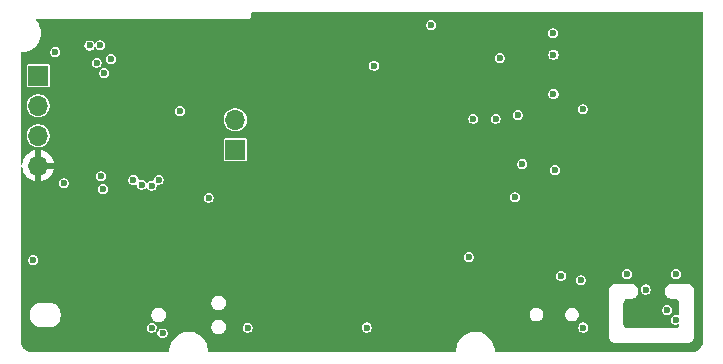
<source format=gbr>
%TF.GenerationSoftware,KiCad,Pcbnew,8.99.0-unknown-7a4b3602b9~181~ubuntu24.04.1*%
%TF.CreationDate,2024-12-15T13:41:47-05:00*%
%TF.ProjectId,nRF54L_ePaper,6e524635-344c-45f6-9550-617065722e6b,rev?*%
%TF.SameCoordinates,Original*%
%TF.FileFunction,Copper,L3,Inr*%
%TF.FilePolarity,Positive*%
%FSLAX46Y46*%
G04 Gerber Fmt 4.6, Leading zero omitted, Abs format (unit mm)*
G04 Created by KiCad (PCBNEW 8.99.0-unknown-7a4b3602b9~181~ubuntu24.04.1) date 2024-12-15 13:41:47*
%MOMM*%
%LPD*%
G01*
G04 APERTURE LIST*
%TA.AperFunction,ComponentPad*%
%ADD10R,1.700000X1.700000*%
%TD*%
%TA.AperFunction,ComponentPad*%
%ADD11O,1.700000X1.700000*%
%TD*%
%TA.AperFunction,ViaPad*%
%ADD12C,0.600000*%
%TD*%
G04 APERTURE END LIST*
D10*
%TO.N,Net-(BT1-+)*%
%TO.C,JP2*%
X118300000Y-56775000D03*
D11*
%TO.N,Net-(JP1-B)*%
X118300000Y-54235000D03*
%TD*%
D10*
%TO.N,VDD*%
%TO.C,J1*%
X101600000Y-50500000D03*
D11*
%TO.N,/UART_TX*%
X101600000Y-53040000D03*
%TO.N,/UART_RX*%
X101600000Y-55580000D03*
%TO.N,GND*%
X101600000Y-58120000D03*
%TD*%
D12*
%TO.N,VDD*%
X112130000Y-72320000D03*
X151460000Y-67300000D03*
X113600000Y-53500000D03*
X147540000Y-67830000D03*
X142200000Y-53840000D03*
X153040000Y-68600000D03*
X101190000Y-66090000D03*
X145230000Y-52040000D03*
X155620000Y-67300000D03*
%TO.N,GND*%
X142790000Y-48500000D03*
X112130000Y-68430000D03*
X105820000Y-68230000D03*
X109560000Y-48190000D03*
X106850000Y-53360000D03*
X142780000Y-56070000D03*
X142790000Y-46700000D03*
X106930000Y-57220000D03*
X144700000Y-60280000D03*
X108720000Y-52220000D03*
X104010000Y-62260000D03*
X108670000Y-48190000D03*
X108650000Y-50770000D03*
X152110000Y-71150000D03*
X142790000Y-45800000D03*
X103550000Y-60700000D03*
X142870000Y-56808000D03*
X113890000Y-47600000D03*
X142790000Y-47600000D03*
X113630000Y-69320000D03*
X113180000Y-55660000D03*
X112260000Y-55650000D03*
X142780000Y-49410000D03*
X114690000Y-55060000D03*
X147460000Y-50750000D03*
X104290000Y-49610000D03*
X108330000Y-70500000D03*
X147580000Y-55250000D03*
X143400000Y-60430000D03*
X108270000Y-69650000D03*
X110450000Y-48190000D03*
X116910000Y-73020000D03*
X112880000Y-53000000D03*
%TO.N,/PREVGL*%
X145185000Y-46905000D03*
X134880000Y-46200000D03*
%TO.N,/SCL*%
X109670000Y-59340000D03*
X154860000Y-70350000D03*
X106850000Y-47930000D03*
%TO.N,/SDA*%
X155570000Y-71150000D03*
X105950000Y-47940000D03*
X110370000Y-59730000D03*
%TO.N,/PREVGH*%
X145230466Y-48707047D03*
X140680000Y-49000000D03*
%TO.N,/GDR*%
X140340000Y-54140000D03*
X145370000Y-58490000D03*
%TO.N,/RESE*%
X142600000Y-57970000D03*
X138440000Y-54140000D03*
%TO.N,/EPD_DC*%
X130050000Y-49640000D03*
X147700000Y-53340000D03*
%TO.N,Net-(Q2-G)*%
X103060000Y-48500000D03*
X103760000Y-59620000D03*
%TO.N,Net-(J4-SWDIO)*%
X106560000Y-49400000D03*
%TO.N,Net-(J4-~{RESET})*%
X107750000Y-49070000D03*
%TO.N,Net-(J4-SWCLK)*%
X107200000Y-50280000D03*
%TO.N,/SW1*%
X111220000Y-71830000D03*
%TO.N,/SW2*%
X119330000Y-71830000D03*
%TO.N,/SW3*%
X129410000Y-71820000D03*
%TO.N,/SW4*%
X147750000Y-71820000D03*
%TO.N,/UART_TX*%
X111200000Y-59800000D03*
X106920000Y-59020000D03*
%TO.N,/UART_RX*%
X107100000Y-60100000D03*
X111800000Y-59300000D03*
%TO.N,Net-(BT1-+)*%
X116030000Y-60820000D03*
X141960000Y-60800000D03*
%TO.N,Net-(JP1-B)*%
X138050000Y-65860000D03*
X145870000Y-67430000D03*
%TD*%
%TA.AperFunction,Conductor*%
%TO.N,GND*%
G36*
X157854194Y-45118306D02*
G01*
X157872500Y-45162500D01*
X157872500Y-72996930D01*
X157872199Y-73003056D01*
X157856338Y-73164088D01*
X157853948Y-73176105D01*
X157807871Y-73328002D01*
X157803182Y-73339321D01*
X157728358Y-73479307D01*
X157721551Y-73489494D01*
X157620856Y-73612192D01*
X157612192Y-73620856D01*
X157489494Y-73721551D01*
X157479307Y-73728358D01*
X157339321Y-73803182D01*
X157328002Y-73807871D01*
X157176105Y-73853948D01*
X157164088Y-73856338D01*
X157003056Y-73872199D01*
X156996930Y-73872500D01*
X140320727Y-73872500D01*
X140304551Y-73870370D01*
X140292425Y-73867121D01*
X140264408Y-73850945D01*
X140261554Y-73848091D01*
X140256726Y-73839728D01*
X140254475Y-73838001D01*
X140254104Y-73835187D01*
X140245378Y-73820072D01*
X140242128Y-73807945D01*
X140240000Y-73791773D01*
X140240000Y-73678042D01*
X140240000Y-73678036D01*
X140203645Y-73436832D01*
X140131746Y-73203740D01*
X140025909Y-72983968D01*
X139893813Y-72790219D01*
X139888505Y-72782433D01*
X139888502Y-72782430D01*
X139888499Y-72782425D01*
X139722585Y-72603612D01*
X139722580Y-72603608D01*
X139722577Y-72603605D01*
X139531883Y-72451531D01*
X139531877Y-72451527D01*
X139531874Y-72451525D01*
X139320626Y-72329561D01*
X139093559Y-72240444D01*
X139093555Y-72240443D01*
X139093552Y-72240442D01*
X138855747Y-72186165D01*
X138612503Y-72167936D01*
X138612497Y-72167936D01*
X138369253Y-72186165D01*
X138369251Y-72186165D01*
X138131447Y-72240442D01*
X138131444Y-72240443D01*
X138131442Y-72240443D01*
X138131441Y-72240444D01*
X138087988Y-72257498D01*
X137904371Y-72329562D01*
X137693116Y-72451531D01*
X137502422Y-72603605D01*
X137502417Y-72603610D01*
X137502415Y-72603611D01*
X137502415Y-72603612D01*
X137354157Y-72763397D01*
X137336494Y-72782433D01*
X137199091Y-72983967D01*
X137093252Y-73203744D01*
X137093251Y-73203748D01*
X137021356Y-73436824D01*
X136985000Y-73678036D01*
X136985000Y-73791773D01*
X136982870Y-73807951D01*
X136979621Y-73820075D01*
X136963445Y-73848091D01*
X136960591Y-73850945D01*
X136952225Y-73855775D01*
X136950499Y-73858025D01*
X136947688Y-73858394D01*
X136932574Y-73867121D01*
X136920447Y-73870370D01*
X136904273Y-73872500D01*
X116045727Y-73872500D01*
X116029551Y-73870370D01*
X116017425Y-73867121D01*
X115989408Y-73850945D01*
X115986554Y-73848091D01*
X115981726Y-73839728D01*
X115979475Y-73838001D01*
X115979104Y-73835187D01*
X115970378Y-73820072D01*
X115967128Y-73807945D01*
X115965000Y-73791773D01*
X115965000Y-73678042D01*
X115965000Y-73678036D01*
X115928645Y-73436832D01*
X115856746Y-73203740D01*
X115750909Y-72983968D01*
X115618813Y-72790219D01*
X115613505Y-72782433D01*
X115613502Y-72782430D01*
X115613499Y-72782425D01*
X115447585Y-72603612D01*
X115447580Y-72603608D01*
X115447577Y-72603605D01*
X115256883Y-72451531D01*
X115256877Y-72451527D01*
X115256874Y-72451525D01*
X115045626Y-72329561D01*
X114818559Y-72240444D01*
X114818555Y-72240443D01*
X114818552Y-72240442D01*
X114580747Y-72186165D01*
X114337503Y-72167936D01*
X114337497Y-72167936D01*
X114094253Y-72186165D01*
X114094251Y-72186165D01*
X113856447Y-72240442D01*
X113856444Y-72240443D01*
X113856442Y-72240443D01*
X113856441Y-72240444D01*
X113812988Y-72257498D01*
X113629371Y-72329562D01*
X113418116Y-72451531D01*
X113227422Y-72603605D01*
X113227417Y-72603610D01*
X113227415Y-72603611D01*
X113227415Y-72603612D01*
X113079157Y-72763397D01*
X113061494Y-72782433D01*
X112924091Y-72983967D01*
X112818252Y-73203744D01*
X112818251Y-73203748D01*
X112746356Y-73436824D01*
X112710000Y-73678036D01*
X112710000Y-73791773D01*
X112707870Y-73807951D01*
X112704621Y-73820075D01*
X112688445Y-73848091D01*
X112685591Y-73850945D01*
X112677225Y-73855775D01*
X112675499Y-73858025D01*
X112672688Y-73858394D01*
X112657574Y-73867121D01*
X112645447Y-73870370D01*
X112629273Y-73872500D01*
X101003070Y-73872500D01*
X100996944Y-73872199D01*
X100835911Y-73856338D01*
X100823894Y-73853948D01*
X100671997Y-73807871D01*
X100660678Y-73803182D01*
X100520692Y-73728358D01*
X100510505Y-73721551D01*
X100457481Y-73678036D01*
X100387805Y-73620854D01*
X100379143Y-73612192D01*
X100347877Y-73574094D01*
X100278445Y-73489490D01*
X100271644Y-73479311D01*
X100196815Y-73339317D01*
X100192130Y-73328007D01*
X100146050Y-73176101D01*
X100143661Y-73164088D01*
X100140057Y-73127500D01*
X100127801Y-73003056D01*
X100127500Y-72996930D01*
X100127500Y-72263720D01*
X111702500Y-72263720D01*
X111702500Y-72376279D01*
X111702501Y-72376287D01*
X111731632Y-72485008D01*
X111731633Y-72485011D01*
X111787914Y-72582490D01*
X111787919Y-72582496D01*
X111867503Y-72662080D01*
X111867509Y-72662085D01*
X111964988Y-72718366D01*
X111964991Y-72718367D01*
X112073719Y-72747500D01*
X112073720Y-72747500D01*
X112186280Y-72747500D01*
X112186281Y-72747500D01*
X112295009Y-72718367D01*
X112392491Y-72662085D01*
X112472085Y-72582491D01*
X112528367Y-72485009D01*
X112557500Y-72376281D01*
X112557500Y-72263719D01*
X112528367Y-72154991D01*
X112528366Y-72154988D01*
X112472085Y-72057509D01*
X112472080Y-72057503D01*
X112392496Y-71977919D01*
X112392490Y-71977914D01*
X112295011Y-71921633D01*
X112295008Y-71921632D01*
X112186287Y-71892501D01*
X112186282Y-71892500D01*
X112186281Y-71892500D01*
X112073719Y-71892500D01*
X112073718Y-71892500D01*
X112073712Y-71892501D01*
X111964991Y-71921632D01*
X111964988Y-71921633D01*
X111867509Y-71977914D01*
X111867503Y-71977919D01*
X111787919Y-72057503D01*
X111787914Y-72057509D01*
X111731633Y-72154988D01*
X111731632Y-72154991D01*
X111702501Y-72263712D01*
X111702500Y-72263720D01*
X100127500Y-72263720D01*
X100127500Y-70648799D01*
X100872500Y-70648799D01*
X100872500Y-70851200D01*
X100911985Y-71049709D01*
X100911985Y-71049710D01*
X100989441Y-71236704D01*
X100989442Y-71236706D01*
X101080377Y-71372800D01*
X101101888Y-71404993D01*
X101245007Y-71548112D01*
X101413296Y-71660559D01*
X101600289Y-71738014D01*
X101798800Y-71777500D01*
X102601200Y-71777500D01*
X102620203Y-71773720D01*
X110792500Y-71773720D01*
X110792500Y-71886279D01*
X110792501Y-71886287D01*
X110821632Y-71995008D01*
X110821633Y-71995011D01*
X110877914Y-72092490D01*
X110877919Y-72092496D01*
X110957503Y-72172080D01*
X110957509Y-72172085D01*
X111054988Y-72228366D01*
X111054991Y-72228367D01*
X111163719Y-72257500D01*
X111163720Y-72257500D01*
X111276280Y-72257500D01*
X111276281Y-72257500D01*
X111385009Y-72228367D01*
X111385011Y-72228366D01*
X111424621Y-72205497D01*
X111458104Y-72186165D01*
X111482491Y-72172085D01*
X111562085Y-72092491D01*
X111618367Y-71995009D01*
X111647500Y-71886281D01*
X111647500Y-71773719D01*
X111628996Y-71704659D01*
X116254700Y-71704659D01*
X116254700Y-71827340D01*
X116278633Y-71947662D01*
X116325582Y-72061006D01*
X116325583Y-72061008D01*
X116393739Y-72163011D01*
X116393740Y-72163012D01*
X116480488Y-72249760D01*
X116582494Y-72317918D01*
X116695836Y-72364866D01*
X116816160Y-72388800D01*
X116938840Y-72388800D01*
X117059164Y-72364866D01*
X117172506Y-72317918D01*
X117274512Y-72249760D01*
X117361260Y-72163012D01*
X117429418Y-72061006D01*
X117476366Y-71947664D01*
X117500300Y-71827340D01*
X117500300Y-71773720D01*
X118902500Y-71773720D01*
X118902500Y-71886279D01*
X118902501Y-71886287D01*
X118931632Y-71995008D01*
X118931633Y-71995011D01*
X118987914Y-72092490D01*
X118987919Y-72092496D01*
X119067503Y-72172080D01*
X119067509Y-72172085D01*
X119164988Y-72228366D01*
X119164991Y-72228367D01*
X119273719Y-72257500D01*
X119273720Y-72257500D01*
X119386280Y-72257500D01*
X119386281Y-72257500D01*
X119495009Y-72228367D01*
X119592491Y-72172085D01*
X119672085Y-72092491D01*
X119728367Y-71995009D01*
X119757500Y-71886281D01*
X119757500Y-71773719D01*
X119757499Y-71773718D01*
X119757499Y-71773712D01*
X119754822Y-71763720D01*
X128982500Y-71763720D01*
X128982500Y-71876279D01*
X128982501Y-71876287D01*
X129011632Y-71985008D01*
X129011633Y-71985011D01*
X129067914Y-72082490D01*
X129067919Y-72082496D01*
X129147503Y-72162080D01*
X129147509Y-72162085D01*
X129244988Y-72218366D01*
X129244991Y-72218367D01*
X129353719Y-72247500D01*
X129353720Y-72247500D01*
X129466280Y-72247500D01*
X129466281Y-72247500D01*
X129575009Y-72218367D01*
X129672491Y-72162085D01*
X129752085Y-72082491D01*
X129802592Y-71995011D01*
X129808366Y-71985011D01*
X129808367Y-71985008D01*
X129837500Y-71876281D01*
X129837500Y-71763720D01*
X147322500Y-71763720D01*
X147322500Y-71876279D01*
X147322501Y-71876287D01*
X147351632Y-71985008D01*
X147351633Y-71985011D01*
X147407914Y-72082490D01*
X147407919Y-72082496D01*
X147487503Y-72162080D01*
X147487509Y-72162085D01*
X147584988Y-72218366D01*
X147584991Y-72218367D01*
X147693719Y-72247500D01*
X147693720Y-72247500D01*
X147806280Y-72247500D01*
X147806281Y-72247500D01*
X147915009Y-72218367D01*
X148012491Y-72162085D01*
X148092085Y-72082491D01*
X148142592Y-71995011D01*
X148148366Y-71985011D01*
X148148367Y-71985008D01*
X148177500Y-71876281D01*
X148177500Y-71763719D01*
X148148367Y-71654991D01*
X148148366Y-71654988D01*
X148092085Y-71557509D01*
X148092080Y-71557503D01*
X148012496Y-71477919D01*
X148012490Y-71477914D01*
X147915011Y-71421633D01*
X147915008Y-71421632D01*
X147806287Y-71392501D01*
X147806282Y-71392500D01*
X147806281Y-71392500D01*
X147693719Y-71392500D01*
X147693718Y-71392500D01*
X147693712Y-71392501D01*
X147584991Y-71421632D01*
X147584988Y-71421633D01*
X147487509Y-71477914D01*
X147487503Y-71477919D01*
X147407919Y-71557503D01*
X147407914Y-71557509D01*
X147351633Y-71654988D01*
X147351632Y-71654991D01*
X147322501Y-71763712D01*
X147322500Y-71763720D01*
X129837500Y-71763720D01*
X129837500Y-71763719D01*
X129808367Y-71654991D01*
X129808366Y-71654988D01*
X129752085Y-71557509D01*
X129752080Y-71557503D01*
X129672496Y-71477919D01*
X129672490Y-71477914D01*
X129575011Y-71421633D01*
X129575008Y-71421632D01*
X129466287Y-71392501D01*
X129466282Y-71392500D01*
X129466281Y-71392500D01*
X129353719Y-71392500D01*
X129353718Y-71392500D01*
X129353712Y-71392501D01*
X129244991Y-71421632D01*
X129244988Y-71421633D01*
X129147509Y-71477914D01*
X129147503Y-71477919D01*
X129067919Y-71557503D01*
X129067914Y-71557509D01*
X129011633Y-71654988D01*
X129011632Y-71654991D01*
X128982501Y-71763712D01*
X128982500Y-71763720D01*
X119754822Y-71763720D01*
X119728367Y-71664991D01*
X119728366Y-71664988D01*
X119672085Y-71567509D01*
X119672080Y-71567503D01*
X119592496Y-71487919D01*
X119592490Y-71487914D01*
X119495011Y-71431633D01*
X119495008Y-71431632D01*
X119386287Y-71402501D01*
X119386282Y-71402500D01*
X119386281Y-71402500D01*
X119273719Y-71402500D01*
X119273718Y-71402500D01*
X119273712Y-71402501D01*
X119164991Y-71431632D01*
X119164988Y-71431633D01*
X119067509Y-71487914D01*
X119067503Y-71487919D01*
X118987919Y-71567503D01*
X118987914Y-71567509D01*
X118931633Y-71664988D01*
X118931632Y-71664991D01*
X118902501Y-71773712D01*
X118902500Y-71773720D01*
X117500300Y-71773720D01*
X117500300Y-71704660D01*
X117476366Y-71584336D01*
X117429418Y-71470994D01*
X117361260Y-71368988D01*
X117274512Y-71282240D01*
X117274511Y-71282239D01*
X117172508Y-71214083D01*
X117172506Y-71214082D01*
X117059162Y-71167133D01*
X116938840Y-71143200D01*
X116816160Y-71143200D01*
X116695837Y-71167133D01*
X116582493Y-71214082D01*
X116582491Y-71214083D01*
X116480488Y-71282239D01*
X116393739Y-71368988D01*
X116325583Y-71470991D01*
X116325582Y-71470993D01*
X116278633Y-71584337D01*
X116254700Y-71704659D01*
X111628996Y-71704659D01*
X111618367Y-71664991D01*
X111618366Y-71664988D01*
X111562085Y-71567509D01*
X111562080Y-71567503D01*
X111482496Y-71487919D01*
X111482490Y-71487914D01*
X111385011Y-71431633D01*
X111385008Y-71431632D01*
X111276287Y-71402501D01*
X111276282Y-71402500D01*
X111276281Y-71402500D01*
X111163719Y-71402500D01*
X111163718Y-71402500D01*
X111163712Y-71402501D01*
X111054991Y-71431632D01*
X111054988Y-71431633D01*
X110957509Y-71487914D01*
X110957503Y-71487919D01*
X110877919Y-71567503D01*
X110877914Y-71567509D01*
X110821633Y-71664988D01*
X110821632Y-71664991D01*
X110792501Y-71773712D01*
X110792500Y-71773720D01*
X102620203Y-71773720D01*
X102799711Y-71738014D01*
X102986704Y-71660559D01*
X103154993Y-71548112D01*
X103298112Y-71404993D01*
X103410559Y-71236704D01*
X103488014Y-71049711D01*
X103527500Y-70851200D01*
X103527500Y-70688659D01*
X111174700Y-70688659D01*
X111174700Y-70811340D01*
X111198633Y-70931662D01*
X111245582Y-71045006D01*
X111245583Y-71045008D01*
X111311193Y-71143200D01*
X111313740Y-71147012D01*
X111400488Y-71233760D01*
X111502494Y-71301918D01*
X111615836Y-71348866D01*
X111736160Y-71372800D01*
X111858840Y-71372800D01*
X111979164Y-71348866D01*
X112092506Y-71301918D01*
X112194512Y-71233760D01*
X112281260Y-71147012D01*
X112349418Y-71045006D01*
X112396366Y-70931664D01*
X112420300Y-70811340D01*
X112420300Y-70688660D01*
X112419093Y-70682592D01*
X112415011Y-70662067D01*
X112413401Y-70653972D01*
X143222500Y-70653972D01*
X143222500Y-70806027D01*
X143222501Y-70806035D01*
X143261854Y-70952903D01*
X143261855Y-70952906D01*
X143261856Y-70952907D01*
X143315029Y-71045006D01*
X143337886Y-71084594D01*
X143337889Y-71084598D01*
X143445401Y-71192110D01*
X143445405Y-71192113D01*
X143445407Y-71192115D01*
X143522641Y-71236706D01*
X143577093Y-71268144D01*
X143577096Y-71268145D01*
X143666981Y-71292229D01*
X143723971Y-71307500D01*
X143723972Y-71307500D01*
X143876028Y-71307500D01*
X143876029Y-71307500D01*
X144022907Y-71268144D01*
X144154593Y-71192115D01*
X144262115Y-71084593D01*
X144338144Y-70952907D01*
X144377500Y-70806029D01*
X144377500Y-70653972D01*
X146222500Y-70653972D01*
X146222500Y-70806027D01*
X146222501Y-70806035D01*
X146261854Y-70952903D01*
X146261855Y-70952906D01*
X146261856Y-70952907D01*
X146315029Y-71045006D01*
X146337886Y-71084594D01*
X146337889Y-71084598D01*
X146445401Y-71192110D01*
X146445405Y-71192113D01*
X146445407Y-71192115D01*
X146522641Y-71236706D01*
X146577093Y-71268144D01*
X146577096Y-71268145D01*
X146666981Y-71292229D01*
X146723971Y-71307500D01*
X146723972Y-71307500D01*
X146876028Y-71307500D01*
X146876029Y-71307500D01*
X147022907Y-71268144D01*
X147154593Y-71192115D01*
X147262115Y-71084593D01*
X147338144Y-70952907D01*
X147377500Y-70806029D01*
X147377500Y-70653971D01*
X147338144Y-70507093D01*
X147262115Y-70375407D01*
X147262113Y-70375405D01*
X147262110Y-70375401D01*
X147154598Y-70267889D01*
X147154594Y-70267886D01*
X147154593Y-70267885D01*
X147067774Y-70217760D01*
X147022906Y-70191855D01*
X147022903Y-70191854D01*
X146876035Y-70152501D01*
X146876030Y-70152500D01*
X146876029Y-70152500D01*
X146723971Y-70152500D01*
X146723970Y-70152500D01*
X146723964Y-70152501D01*
X146577096Y-70191854D01*
X146577093Y-70191855D01*
X146445405Y-70267886D01*
X146445401Y-70267889D01*
X146337889Y-70375401D01*
X146337886Y-70375405D01*
X146261855Y-70507093D01*
X146261854Y-70507096D01*
X146222501Y-70653964D01*
X146222500Y-70653972D01*
X144377500Y-70653972D01*
X144377500Y-70653971D01*
X144338144Y-70507093D01*
X144262115Y-70375407D01*
X144262113Y-70375405D01*
X144262110Y-70375401D01*
X144154598Y-70267889D01*
X144154594Y-70267886D01*
X144154593Y-70267885D01*
X144067774Y-70217760D01*
X144022906Y-70191855D01*
X144022903Y-70191854D01*
X143876035Y-70152501D01*
X143876030Y-70152500D01*
X143876029Y-70152500D01*
X143723971Y-70152500D01*
X143723970Y-70152500D01*
X143723964Y-70152501D01*
X143577096Y-70191854D01*
X143577093Y-70191855D01*
X143445405Y-70267886D01*
X143445401Y-70267889D01*
X143337889Y-70375401D01*
X143337886Y-70375405D01*
X143261855Y-70507093D01*
X143261854Y-70507096D01*
X143222501Y-70653964D01*
X143222500Y-70653972D01*
X112413401Y-70653972D01*
X112396366Y-70568337D01*
X112396366Y-70568336D01*
X112349418Y-70454994D01*
X112281260Y-70352988D01*
X112194512Y-70266240D01*
X112190106Y-70263296D01*
X112092508Y-70198083D01*
X112092506Y-70198082D01*
X111979162Y-70151133D01*
X111858840Y-70127200D01*
X111736160Y-70127200D01*
X111615837Y-70151133D01*
X111502493Y-70198082D01*
X111502491Y-70198083D01*
X111400488Y-70266239D01*
X111313739Y-70352988D01*
X111245583Y-70454991D01*
X111245582Y-70454993D01*
X111198633Y-70568337D01*
X111174700Y-70688659D01*
X103527500Y-70688659D01*
X103527500Y-70648800D01*
X103488014Y-70450289D01*
X103410559Y-70263296D01*
X103298112Y-70095007D01*
X103154993Y-69951888D01*
X103154992Y-69951887D01*
X102986706Y-69839442D01*
X102986704Y-69839441D01*
X102799709Y-69761985D01*
X102643375Y-69730889D01*
X102601200Y-69722500D01*
X101798800Y-69722500D01*
X101600290Y-69761985D01*
X101600289Y-69761985D01*
X101413295Y-69839441D01*
X101413293Y-69839442D01*
X101245007Y-69951887D01*
X101101887Y-70095007D01*
X100989442Y-70263293D01*
X100989441Y-70263295D01*
X100911985Y-70450289D01*
X100911985Y-70450290D01*
X100872500Y-70648799D01*
X100127500Y-70648799D01*
X100127500Y-69672659D01*
X116254700Y-69672659D01*
X116254700Y-69795340D01*
X116278633Y-69915662D01*
X116316845Y-70007914D01*
X116325582Y-70029006D01*
X116393740Y-70131012D01*
X116480488Y-70217760D01*
X116582494Y-70285918D01*
X116695836Y-70332866D01*
X116816160Y-70356800D01*
X116938840Y-70356800D01*
X117059164Y-70332866D01*
X117172506Y-70285918D01*
X117274512Y-70217760D01*
X117361260Y-70131012D01*
X117429418Y-70029006D01*
X117476366Y-69915664D01*
X117500300Y-69795340D01*
X117500300Y-69672660D01*
X117476366Y-69552336D01*
X117429418Y-69438994D01*
X117361260Y-69336988D01*
X117274512Y-69250240D01*
X117274511Y-69250239D01*
X117172508Y-69182083D01*
X117172506Y-69182082D01*
X117059162Y-69135133D01*
X116938840Y-69111200D01*
X116816160Y-69111200D01*
X116695837Y-69135133D01*
X116582493Y-69182082D01*
X116582491Y-69182083D01*
X116480488Y-69250239D01*
X116393739Y-69336988D01*
X116325583Y-69438991D01*
X116325582Y-69438993D01*
X116278633Y-69552337D01*
X116254700Y-69672659D01*
X100127500Y-69672659D01*
X100127500Y-68679296D01*
X149892500Y-68679296D01*
X149892500Y-72570703D01*
X149918872Y-72686250D01*
X149923965Y-72708562D01*
X149928687Y-72718367D01*
X149985316Y-72835960D01*
X149985318Y-72835963D01*
X150073483Y-72946517D01*
X150184037Y-73034682D01*
X150311438Y-73096035D01*
X150449298Y-73127500D01*
X150449299Y-73127500D01*
X156590701Y-73127500D01*
X156590702Y-73127500D01*
X156728562Y-73096035D01*
X156855963Y-73034682D01*
X156966517Y-72946517D01*
X157054682Y-72835963D01*
X157116035Y-72708562D01*
X157147500Y-72570702D01*
X157147500Y-72500000D01*
X157147500Y-72470899D01*
X157147500Y-68724639D01*
X157147500Y-68679298D01*
X157116035Y-68541438D01*
X157054682Y-68414037D01*
X156966517Y-68303483D01*
X156855963Y-68215318D01*
X156855960Y-68215316D01*
X156767050Y-68172500D01*
X156728562Y-68153965D01*
X156728560Y-68153964D01*
X156728559Y-68153964D01*
X156590703Y-68122500D01*
X156590702Y-68122500D01*
X156545361Y-68122500D01*
X155299101Y-68122500D01*
X155270000Y-68122500D01*
X155199298Y-68122500D01*
X155199296Y-68122500D01*
X155061440Y-68153964D01*
X154934039Y-68215316D01*
X154934036Y-68215318D01*
X154823483Y-68303483D01*
X154735318Y-68414036D01*
X154735316Y-68414039D01*
X154673964Y-68541440D01*
X154642500Y-68679296D01*
X154642500Y-68820703D01*
X154673964Y-68958559D01*
X154735316Y-69085960D01*
X154735318Y-69085963D01*
X154823483Y-69196517D01*
X154934037Y-69284682D01*
X155061438Y-69346035D01*
X155199298Y-69377500D01*
X155244639Y-69377500D01*
X155490899Y-69377500D01*
X155515906Y-69377500D01*
X155524063Y-69378035D01*
X155531569Y-69379023D01*
X155608256Y-69389119D01*
X155624006Y-69393339D01*
X155690931Y-69421060D01*
X155698645Y-69424256D01*
X155712774Y-69432413D01*
X155776868Y-69481593D01*
X155788406Y-69493131D01*
X155837586Y-69557225D01*
X155845743Y-69571354D01*
X155876658Y-69645987D01*
X155880880Y-69661746D01*
X155889161Y-69724639D01*
X155891965Y-69745936D01*
X155892500Y-69754094D01*
X155892500Y-70734307D01*
X155874194Y-70778501D01*
X155830000Y-70796807D01*
X155798750Y-70788433D01*
X155735014Y-70751635D01*
X155735008Y-70751632D01*
X155626287Y-70722501D01*
X155626282Y-70722500D01*
X155626281Y-70722500D01*
X155513719Y-70722500D01*
X155513718Y-70722500D01*
X155513712Y-70722501D01*
X155404991Y-70751632D01*
X155404988Y-70751633D01*
X155307509Y-70807914D01*
X155307503Y-70807919D01*
X155227919Y-70887503D01*
X155227914Y-70887509D01*
X155171633Y-70984988D01*
X155171632Y-70984991D01*
X155142501Y-71093712D01*
X155142500Y-71093720D01*
X155142500Y-71206279D01*
X155142501Y-71206287D01*
X155171632Y-71315008D01*
X155171633Y-71315011D01*
X155227914Y-71412490D01*
X155227919Y-71412496D01*
X155307503Y-71492080D01*
X155307509Y-71492085D01*
X155404988Y-71548366D01*
X155404991Y-71548367D01*
X155513719Y-71577500D01*
X155513720Y-71577500D01*
X155626280Y-71577500D01*
X155626281Y-71577500D01*
X155735009Y-71548367D01*
X155788806Y-71517306D01*
X155808762Y-71514678D01*
X155828212Y-71509467D01*
X155831951Y-71511625D01*
X155836231Y-71511062D01*
X155852202Y-71523317D01*
X155869640Y-71533384D01*
X155870757Y-71537554D01*
X155874182Y-71540182D01*
X155882021Y-71579587D01*
X155880880Y-71588255D01*
X155876658Y-71604012D01*
X155845743Y-71678645D01*
X155837586Y-71692774D01*
X155788406Y-71756868D01*
X155776868Y-71768406D01*
X155712774Y-71817586D01*
X155698645Y-71825743D01*
X155624012Y-71856658D01*
X155608252Y-71860881D01*
X155524064Y-71871965D01*
X155515906Y-71872500D01*
X151524094Y-71872500D01*
X151515936Y-71871965D01*
X151431746Y-71860880D01*
X151415988Y-71856658D01*
X151366026Y-71835963D01*
X151341354Y-71825743D01*
X151327225Y-71817586D01*
X151263131Y-71768406D01*
X151251593Y-71756868D01*
X151202413Y-71692774D01*
X151194256Y-71678645D01*
X151186764Y-71660558D01*
X151163339Y-71604006D01*
X151159119Y-71588256D01*
X151149779Y-71517307D01*
X151148035Y-71504062D01*
X151147500Y-71495905D01*
X151147500Y-70293720D01*
X154432500Y-70293720D01*
X154432500Y-70406279D01*
X154432501Y-70406287D01*
X154461632Y-70515008D01*
X154461633Y-70515011D01*
X154517914Y-70612490D01*
X154517919Y-70612496D01*
X154597503Y-70692080D01*
X154597509Y-70692085D01*
X154694988Y-70748366D01*
X154694991Y-70748367D01*
X154803719Y-70777500D01*
X154803720Y-70777500D01*
X154916280Y-70777500D01*
X154916281Y-70777500D01*
X155025009Y-70748367D01*
X155122491Y-70692085D01*
X155202085Y-70612491D01*
X155258367Y-70515009D01*
X155287500Y-70406281D01*
X155287500Y-70293719D01*
X155258367Y-70184991D01*
X155258366Y-70184988D01*
X155202085Y-70087509D01*
X155202080Y-70087503D01*
X155122496Y-70007919D01*
X155122490Y-70007914D01*
X155025011Y-69951633D01*
X155025008Y-69951632D01*
X154916287Y-69922501D01*
X154916282Y-69922500D01*
X154916281Y-69922500D01*
X154803719Y-69922500D01*
X154803718Y-69922500D01*
X154803712Y-69922501D01*
X154694991Y-69951632D01*
X154694988Y-69951633D01*
X154597509Y-70007914D01*
X154597503Y-70007919D01*
X154517919Y-70087503D01*
X154517914Y-70087509D01*
X154461633Y-70184988D01*
X154461632Y-70184991D01*
X154432501Y-70293712D01*
X154432500Y-70293720D01*
X151147500Y-70293720D01*
X151147500Y-69754094D01*
X151148035Y-69745937D01*
X151150839Y-69724639D01*
X151159119Y-69661741D01*
X151163338Y-69645995D01*
X151194257Y-69571352D01*
X151202413Y-69557225D01*
X151214527Y-69541438D01*
X151251596Y-69493127D01*
X151263127Y-69481596D01*
X151327225Y-69432413D01*
X151341352Y-69424257D01*
X151415995Y-69393338D01*
X151431741Y-69389119D01*
X151509393Y-69378896D01*
X151515937Y-69378035D01*
X151524094Y-69377500D01*
X151840701Y-69377500D01*
X151840702Y-69377500D01*
X151978562Y-69346035D01*
X152105963Y-69284682D01*
X152216517Y-69196517D01*
X152304682Y-69085963D01*
X152366035Y-68958562D01*
X152397500Y-68820702D01*
X152397500Y-68750000D01*
X152397500Y-68720899D01*
X152397500Y-68679298D01*
X152374557Y-68578777D01*
X152368795Y-68553530D01*
X152368159Y-68550746D01*
X152366556Y-68543720D01*
X152612500Y-68543720D01*
X152612500Y-68656279D01*
X152612501Y-68656287D01*
X152641632Y-68765008D01*
X152641633Y-68765011D01*
X152697914Y-68862490D01*
X152697919Y-68862496D01*
X152777503Y-68942080D01*
X152777509Y-68942085D01*
X152874988Y-68998366D01*
X152874991Y-68998367D01*
X152983719Y-69027500D01*
X152983720Y-69027500D01*
X153096280Y-69027500D01*
X153096281Y-69027500D01*
X153205009Y-68998367D01*
X153302491Y-68942085D01*
X153382085Y-68862491D01*
X153438367Y-68765009D01*
X153467500Y-68656281D01*
X153467500Y-68543719D01*
X153438367Y-68434991D01*
X153438366Y-68434988D01*
X153382085Y-68337509D01*
X153382080Y-68337503D01*
X153302496Y-68257919D01*
X153302490Y-68257914D01*
X153205011Y-68201633D01*
X153205008Y-68201632D01*
X153096287Y-68172501D01*
X153096282Y-68172500D01*
X153096281Y-68172500D01*
X152983719Y-68172500D01*
X152983718Y-68172500D01*
X152983712Y-68172501D01*
X152874991Y-68201632D01*
X152874988Y-68201633D01*
X152777509Y-68257914D01*
X152777503Y-68257919D01*
X152697919Y-68337503D01*
X152697914Y-68337509D01*
X152641633Y-68434988D01*
X152641632Y-68434991D01*
X152612501Y-68543712D01*
X152612500Y-68543720D01*
X152366556Y-68543720D01*
X152366035Y-68541438D01*
X152304682Y-68414037D01*
X152216517Y-68303483D01*
X152105963Y-68215318D01*
X152105960Y-68215316D01*
X152017050Y-68172500D01*
X151978562Y-68153965D01*
X151978560Y-68153964D01*
X151978559Y-68153964D01*
X151840703Y-68122500D01*
X151840702Y-68122500D01*
X151795361Y-68122500D01*
X150549101Y-68122500D01*
X150520000Y-68122500D01*
X150449298Y-68122500D01*
X150449296Y-68122500D01*
X150311440Y-68153964D01*
X150184039Y-68215316D01*
X150184036Y-68215318D01*
X150073483Y-68303483D01*
X149985318Y-68414036D01*
X149985316Y-68414039D01*
X149923964Y-68541440D01*
X149892500Y-68679296D01*
X100127500Y-68679296D01*
X100127500Y-67373720D01*
X145442500Y-67373720D01*
X145442500Y-67486279D01*
X145442501Y-67486287D01*
X145471632Y-67595008D01*
X145471633Y-67595011D01*
X145527914Y-67692490D01*
X145527919Y-67692496D01*
X145607503Y-67772080D01*
X145607509Y-67772085D01*
X145704988Y-67828366D01*
X145704991Y-67828367D01*
X145813719Y-67857500D01*
X145813720Y-67857500D01*
X145926280Y-67857500D01*
X145926281Y-67857500D01*
X146035009Y-67828367D01*
X146129659Y-67773720D01*
X147112500Y-67773720D01*
X147112500Y-67886279D01*
X147112501Y-67886287D01*
X147141632Y-67995008D01*
X147141633Y-67995011D01*
X147197914Y-68092490D01*
X147197919Y-68092496D01*
X147277503Y-68172080D01*
X147277509Y-68172085D01*
X147374988Y-68228366D01*
X147374991Y-68228367D01*
X147483719Y-68257500D01*
X147483720Y-68257500D01*
X147596280Y-68257500D01*
X147596281Y-68257500D01*
X147705009Y-68228367D01*
X147802491Y-68172085D01*
X147882085Y-68092491D01*
X147938367Y-67995009D01*
X147967500Y-67886281D01*
X147967500Y-67773719D01*
X147938367Y-67664991D01*
X147938366Y-67664988D01*
X147882085Y-67567509D01*
X147882080Y-67567503D01*
X147802496Y-67487919D01*
X147802490Y-67487914D01*
X147705011Y-67431633D01*
X147705008Y-67431632D01*
X147596287Y-67402501D01*
X147596282Y-67402500D01*
X147596281Y-67402500D01*
X147483719Y-67402500D01*
X147483718Y-67402500D01*
X147483712Y-67402501D01*
X147374991Y-67431632D01*
X147374988Y-67431633D01*
X147277509Y-67487914D01*
X147277503Y-67487919D01*
X147197919Y-67567503D01*
X147197914Y-67567509D01*
X147141633Y-67664988D01*
X147141632Y-67664991D01*
X147112501Y-67773712D01*
X147112500Y-67773720D01*
X146129659Y-67773720D01*
X146132491Y-67772085D01*
X146132496Y-67772080D01*
X146179148Y-67725429D01*
X146212080Y-67692496D01*
X146212085Y-67692491D01*
X146268367Y-67595009D01*
X146297500Y-67486281D01*
X146297500Y-67373719D01*
X146268367Y-67264991D01*
X146268366Y-67264988D01*
X146256087Y-67243720D01*
X151032500Y-67243720D01*
X151032500Y-67356279D01*
X151032501Y-67356287D01*
X151061632Y-67465008D01*
X151061633Y-67465011D01*
X151117914Y-67562490D01*
X151117919Y-67562496D01*
X151197503Y-67642080D01*
X151197509Y-67642085D01*
X151294988Y-67698366D01*
X151294991Y-67698367D01*
X151403719Y-67727500D01*
X151403720Y-67727500D01*
X151516280Y-67727500D01*
X151516281Y-67727500D01*
X151625009Y-67698367D01*
X151635187Y-67692491D01*
X151682822Y-67664988D01*
X151722491Y-67642085D01*
X151802085Y-67562491D01*
X151858367Y-67465009D01*
X151887500Y-67356281D01*
X151887500Y-67243720D01*
X155192500Y-67243720D01*
X155192500Y-67356279D01*
X155192501Y-67356287D01*
X155221632Y-67465008D01*
X155221633Y-67465011D01*
X155277914Y-67562490D01*
X155277919Y-67562496D01*
X155357503Y-67642080D01*
X155357509Y-67642085D01*
X155454988Y-67698366D01*
X155454991Y-67698367D01*
X155563719Y-67727500D01*
X155563720Y-67727500D01*
X155676280Y-67727500D01*
X155676281Y-67727500D01*
X155785009Y-67698367D01*
X155795187Y-67692491D01*
X155842822Y-67664988D01*
X155882491Y-67642085D01*
X155962085Y-67562491D01*
X156018367Y-67465009D01*
X156047500Y-67356281D01*
X156047500Y-67243719D01*
X156018367Y-67134991D01*
X156018366Y-67134988D01*
X155962085Y-67037509D01*
X155962080Y-67037503D01*
X155882496Y-66957919D01*
X155882490Y-66957914D01*
X155785011Y-66901633D01*
X155785008Y-66901632D01*
X155676287Y-66872501D01*
X155676282Y-66872500D01*
X155676281Y-66872500D01*
X155563719Y-66872500D01*
X155563718Y-66872500D01*
X155563712Y-66872501D01*
X155454991Y-66901632D01*
X155454988Y-66901633D01*
X155357509Y-66957914D01*
X155357503Y-66957919D01*
X155277919Y-67037503D01*
X155277914Y-67037509D01*
X155221633Y-67134988D01*
X155221632Y-67134991D01*
X155192501Y-67243712D01*
X155192500Y-67243720D01*
X151887500Y-67243720D01*
X151887500Y-67243719D01*
X151858367Y-67134991D01*
X151858366Y-67134988D01*
X151802085Y-67037509D01*
X151802080Y-67037503D01*
X151722496Y-66957919D01*
X151722490Y-66957914D01*
X151625011Y-66901633D01*
X151625008Y-66901632D01*
X151516287Y-66872501D01*
X151516282Y-66872500D01*
X151516281Y-66872500D01*
X151403719Y-66872500D01*
X151403718Y-66872500D01*
X151403712Y-66872501D01*
X151294991Y-66901632D01*
X151294988Y-66901633D01*
X151197509Y-66957914D01*
X151197503Y-66957919D01*
X151117919Y-67037503D01*
X151117914Y-67037509D01*
X151061633Y-67134988D01*
X151061632Y-67134991D01*
X151032501Y-67243712D01*
X151032500Y-67243720D01*
X146256087Y-67243720D01*
X146212085Y-67167509D01*
X146212080Y-67167503D01*
X146132496Y-67087919D01*
X146132490Y-67087914D01*
X146035011Y-67031633D01*
X146035008Y-67031632D01*
X145926287Y-67002501D01*
X145926282Y-67002500D01*
X145926281Y-67002500D01*
X145813719Y-67002500D01*
X145813718Y-67002500D01*
X145813712Y-67002501D01*
X145704991Y-67031632D01*
X145704988Y-67031633D01*
X145607509Y-67087914D01*
X145607503Y-67087919D01*
X145527919Y-67167503D01*
X145527914Y-67167509D01*
X145471633Y-67264988D01*
X145471632Y-67264991D01*
X145442501Y-67373712D01*
X145442500Y-67373720D01*
X100127500Y-67373720D01*
X100127500Y-66033720D01*
X100762500Y-66033720D01*
X100762500Y-66146279D01*
X100762501Y-66146287D01*
X100791632Y-66255008D01*
X100791633Y-66255011D01*
X100847914Y-66352490D01*
X100847919Y-66352496D01*
X100927503Y-66432080D01*
X100927509Y-66432085D01*
X101024988Y-66488366D01*
X101024991Y-66488367D01*
X101133719Y-66517500D01*
X101133720Y-66517500D01*
X101246280Y-66517500D01*
X101246281Y-66517500D01*
X101355009Y-66488367D01*
X101452491Y-66432085D01*
X101532085Y-66352491D01*
X101588367Y-66255009D01*
X101617500Y-66146281D01*
X101617500Y-66033719D01*
X101588367Y-65924991D01*
X101583342Y-65916287D01*
X101534028Y-65830873D01*
X101532087Y-65827512D01*
X101532080Y-65827503D01*
X101508297Y-65803720D01*
X137622500Y-65803720D01*
X137622500Y-65916279D01*
X137622501Y-65916287D01*
X137651632Y-66025008D01*
X137651633Y-66025011D01*
X137707914Y-66122490D01*
X137707919Y-66122496D01*
X137787503Y-66202080D01*
X137787509Y-66202085D01*
X137884988Y-66258366D01*
X137884991Y-66258367D01*
X137993719Y-66287500D01*
X137993720Y-66287500D01*
X138106280Y-66287500D01*
X138106281Y-66287500D01*
X138215009Y-66258367D01*
X138312491Y-66202085D01*
X138392085Y-66122491D01*
X138448367Y-66025009D01*
X138477500Y-65916281D01*
X138477500Y-65803719D01*
X138448367Y-65694991D01*
X138448366Y-65694988D01*
X138392085Y-65597509D01*
X138392080Y-65597503D01*
X138312496Y-65517919D01*
X138312490Y-65517914D01*
X138215011Y-65461633D01*
X138215008Y-65461632D01*
X138106287Y-65432501D01*
X138106282Y-65432500D01*
X138106281Y-65432500D01*
X137993719Y-65432500D01*
X137993718Y-65432500D01*
X137993712Y-65432501D01*
X137884991Y-65461632D01*
X137884988Y-65461633D01*
X137787509Y-65517914D01*
X137787503Y-65517919D01*
X137707919Y-65597503D01*
X137707914Y-65597509D01*
X137651633Y-65694988D01*
X137651632Y-65694991D01*
X137622501Y-65803712D01*
X137622500Y-65803720D01*
X101508297Y-65803720D01*
X101452496Y-65747919D01*
X101452490Y-65747914D01*
X101355011Y-65691633D01*
X101355008Y-65691632D01*
X101246287Y-65662501D01*
X101246282Y-65662500D01*
X101246281Y-65662500D01*
X101133719Y-65662500D01*
X101133718Y-65662500D01*
X101133712Y-65662501D01*
X101024991Y-65691632D01*
X101024988Y-65691633D01*
X100927509Y-65747914D01*
X100927503Y-65747919D01*
X100847919Y-65827503D01*
X100847914Y-65827509D01*
X100791633Y-65924988D01*
X100791632Y-65924991D01*
X100762501Y-66033712D01*
X100762500Y-66033720D01*
X100127500Y-66033720D01*
X100127500Y-60763720D01*
X115602500Y-60763720D01*
X115602500Y-60876279D01*
X115602501Y-60876287D01*
X115631632Y-60985008D01*
X115631633Y-60985011D01*
X115687914Y-61082490D01*
X115687919Y-61082496D01*
X115767503Y-61162080D01*
X115767509Y-61162085D01*
X115864988Y-61218366D01*
X115864991Y-61218367D01*
X115973719Y-61247500D01*
X115973720Y-61247500D01*
X116086280Y-61247500D01*
X116086281Y-61247500D01*
X116195009Y-61218367D01*
X116292491Y-61162085D01*
X116372085Y-61082491D01*
X116428367Y-60985009D01*
X116457500Y-60876281D01*
X116457500Y-60763719D01*
X116457498Y-60763712D01*
X116455378Y-60755797D01*
X116455378Y-60755795D01*
X116452142Y-60743720D01*
X141532500Y-60743720D01*
X141532500Y-60856279D01*
X141532501Y-60856287D01*
X141561632Y-60965008D01*
X141561633Y-60965011D01*
X141617914Y-61062490D01*
X141617919Y-61062496D01*
X141697503Y-61142080D01*
X141697509Y-61142085D01*
X141794988Y-61198366D01*
X141794991Y-61198367D01*
X141903719Y-61227500D01*
X141903720Y-61227500D01*
X142016280Y-61227500D01*
X142016281Y-61227500D01*
X142125009Y-61198367D01*
X142222491Y-61142085D01*
X142302085Y-61062491D01*
X142358367Y-60965009D01*
X142387500Y-60856281D01*
X142387500Y-60743719D01*
X142358367Y-60634991D01*
X142358366Y-60634988D01*
X142302085Y-60537509D01*
X142302080Y-60537503D01*
X142222496Y-60457919D01*
X142222490Y-60457914D01*
X142125011Y-60401633D01*
X142125008Y-60401632D01*
X142016287Y-60372501D01*
X142016282Y-60372500D01*
X142016281Y-60372500D01*
X141903719Y-60372500D01*
X141903718Y-60372500D01*
X141903712Y-60372501D01*
X141794991Y-60401632D01*
X141794988Y-60401633D01*
X141697509Y-60457914D01*
X141697503Y-60457919D01*
X141617919Y-60537503D01*
X141617914Y-60537509D01*
X141561633Y-60634988D01*
X141561632Y-60634991D01*
X141532501Y-60743712D01*
X141532500Y-60743720D01*
X116452142Y-60743720D01*
X116428367Y-60654991D01*
X116428366Y-60654988D01*
X116372085Y-60557509D01*
X116372080Y-60557503D01*
X116292496Y-60477919D01*
X116292490Y-60477914D01*
X116195011Y-60421633D01*
X116195008Y-60421632D01*
X116086287Y-60392501D01*
X116086282Y-60392500D01*
X116086281Y-60392500D01*
X115973719Y-60392500D01*
X115973718Y-60392500D01*
X115973712Y-60392501D01*
X115864991Y-60421632D01*
X115864988Y-60421633D01*
X115767509Y-60477914D01*
X115767503Y-60477919D01*
X115687919Y-60557503D01*
X115687914Y-60557509D01*
X115631633Y-60654988D01*
X115631632Y-60654991D01*
X115602501Y-60763712D01*
X115602500Y-60763720D01*
X100127500Y-60763720D01*
X100127500Y-59563720D01*
X103332500Y-59563720D01*
X103332500Y-59676279D01*
X103332501Y-59676287D01*
X103361632Y-59785008D01*
X103361633Y-59785011D01*
X103417914Y-59882490D01*
X103417919Y-59882496D01*
X103497503Y-59962080D01*
X103497509Y-59962085D01*
X103594988Y-60018366D01*
X103594991Y-60018367D01*
X103703719Y-60047500D01*
X103703720Y-60047500D01*
X103816280Y-60047500D01*
X103816281Y-60047500D01*
X103830388Y-60043720D01*
X106672500Y-60043720D01*
X106672500Y-60156279D01*
X106672501Y-60156287D01*
X106701632Y-60265008D01*
X106701633Y-60265011D01*
X106757914Y-60362490D01*
X106757919Y-60362496D01*
X106837503Y-60442080D01*
X106837509Y-60442085D01*
X106934988Y-60498366D01*
X106934991Y-60498367D01*
X107043719Y-60527500D01*
X107043720Y-60527500D01*
X107156280Y-60527500D01*
X107156281Y-60527500D01*
X107265009Y-60498367D01*
X107362491Y-60442085D01*
X107442085Y-60362491D01*
X107498367Y-60265009D01*
X107527500Y-60156281D01*
X107527500Y-60043719D01*
X107498367Y-59934991D01*
X107498366Y-59934988D01*
X107442085Y-59837509D01*
X107442080Y-59837503D01*
X107362496Y-59757919D01*
X107362490Y-59757914D01*
X107265011Y-59701633D01*
X107265008Y-59701632D01*
X107156287Y-59672501D01*
X107156282Y-59672500D01*
X107156281Y-59672500D01*
X107043719Y-59672500D01*
X107043718Y-59672500D01*
X107043712Y-59672501D01*
X106934991Y-59701632D01*
X106934988Y-59701633D01*
X106837509Y-59757914D01*
X106837503Y-59757919D01*
X106757919Y-59837503D01*
X106757914Y-59837509D01*
X106701633Y-59934988D01*
X106701632Y-59934991D01*
X106672501Y-60043712D01*
X106672500Y-60043720D01*
X103830388Y-60043720D01*
X103925009Y-60018367D01*
X103965572Y-59994948D01*
X103981941Y-59985497D01*
X103989778Y-59980972D01*
X104022491Y-59962085D01*
X104102085Y-59882491D01*
X104158367Y-59785009D01*
X104187500Y-59676281D01*
X104187500Y-59563719D01*
X104158367Y-59454991D01*
X104158366Y-59454988D01*
X104102085Y-59357509D01*
X104102080Y-59357503D01*
X104022496Y-59277919D01*
X104022490Y-59277914D01*
X103925011Y-59221633D01*
X103925008Y-59221632D01*
X103816287Y-59192501D01*
X103816282Y-59192500D01*
X103816281Y-59192500D01*
X103703719Y-59192500D01*
X103703718Y-59192500D01*
X103703712Y-59192501D01*
X103594991Y-59221632D01*
X103594988Y-59221633D01*
X103497509Y-59277914D01*
X103497503Y-59277919D01*
X103417919Y-59357503D01*
X103417914Y-59357509D01*
X103361633Y-59454988D01*
X103361632Y-59454991D01*
X103332501Y-59563712D01*
X103332500Y-59563720D01*
X100127500Y-59563720D01*
X100127500Y-58246952D01*
X100145806Y-58202758D01*
X100190000Y-58184452D01*
X100234194Y-58202758D01*
X100251730Y-58237175D01*
X100283241Y-58436123D01*
X100283241Y-58436124D01*
X100348905Y-58638218D01*
X100348906Y-58638221D01*
X100445377Y-58827554D01*
X100570284Y-58999473D01*
X100720526Y-59149715D01*
X100892445Y-59274622D01*
X101081778Y-59371093D01*
X101081781Y-59371094D01*
X101283870Y-59436756D01*
X101283879Y-59436758D01*
X101349999Y-59447231D01*
X101350000Y-59447231D01*
X101350000Y-58553012D01*
X101407007Y-58585925D01*
X101534174Y-58620000D01*
X101665826Y-58620000D01*
X101792993Y-58585925D01*
X101850000Y-58553012D01*
X101850000Y-59447231D01*
X101916120Y-59436758D01*
X101916129Y-59436756D01*
X102118218Y-59371094D01*
X102118221Y-59371093D01*
X102307554Y-59274622D01*
X102479473Y-59149715D01*
X102629715Y-58999473D01*
X102629722Y-58999465D01*
X102655693Y-58963720D01*
X106492500Y-58963720D01*
X106492500Y-59076279D01*
X106492501Y-59076287D01*
X106521632Y-59185008D01*
X106521633Y-59185011D01*
X106577914Y-59282490D01*
X106577919Y-59282496D01*
X106657503Y-59362080D01*
X106657509Y-59362085D01*
X106754988Y-59418366D01*
X106754991Y-59418367D01*
X106863719Y-59447500D01*
X106863720Y-59447500D01*
X106976280Y-59447500D01*
X106976281Y-59447500D01*
X107085009Y-59418367D01*
X107182491Y-59362085D01*
X107260856Y-59283720D01*
X109242500Y-59283720D01*
X109242500Y-59396279D01*
X109242501Y-59396287D01*
X109271632Y-59505008D01*
X109271633Y-59505011D01*
X109327914Y-59602490D01*
X109327919Y-59602496D01*
X109407503Y-59682080D01*
X109407509Y-59682085D01*
X109504988Y-59738366D01*
X109504991Y-59738367D01*
X109613719Y-59767500D01*
X109613720Y-59767500D01*
X109726280Y-59767500D01*
X109726281Y-59767500D01*
X109835009Y-59738367D01*
X109848749Y-59730433D01*
X109896174Y-59724189D01*
X109934126Y-59753308D01*
X109941876Y-59782233D01*
X109941966Y-59782222D01*
X109942055Y-59782900D01*
X109942500Y-59784560D01*
X109942500Y-59786279D01*
X109942501Y-59786287D01*
X109971632Y-59895008D01*
X109971633Y-59895011D01*
X110027914Y-59992490D01*
X110027919Y-59992496D01*
X110107503Y-60072080D01*
X110107509Y-60072085D01*
X110204988Y-60128366D01*
X110204991Y-60128367D01*
X110313719Y-60157500D01*
X110313720Y-60157500D01*
X110426280Y-60157500D01*
X110426281Y-60157500D01*
X110535009Y-60128367D01*
X110632491Y-60072085D01*
X110712085Y-59992491D01*
X110712088Y-59992484D01*
X110714576Y-59989244D01*
X110716341Y-59990598D01*
X110748603Y-59965832D01*
X110796030Y-59972066D01*
X110818918Y-59994948D01*
X110857914Y-60062490D01*
X110857919Y-60062496D01*
X110937503Y-60142080D01*
X110937509Y-60142085D01*
X111034988Y-60198366D01*
X111034991Y-60198367D01*
X111143719Y-60227500D01*
X111143720Y-60227500D01*
X111256280Y-60227500D01*
X111256281Y-60227500D01*
X111365009Y-60198367D01*
X111462491Y-60142085D01*
X111542085Y-60062491D01*
X111598367Y-59965009D01*
X111627500Y-59856281D01*
X111627500Y-59777811D01*
X111645806Y-59733617D01*
X111690000Y-59715311D01*
X111706176Y-59717441D01*
X111731362Y-59724189D01*
X111743719Y-59727500D01*
X111743720Y-59727500D01*
X111856280Y-59727500D01*
X111856281Y-59727500D01*
X111965009Y-59698367D01*
X112062491Y-59642085D01*
X112142085Y-59562491D01*
X112198367Y-59465009D01*
X112227500Y-59356281D01*
X112227500Y-59243719D01*
X112198367Y-59134991D01*
X112198366Y-59134988D01*
X112142085Y-59037509D01*
X112142080Y-59037503D01*
X112062496Y-58957919D01*
X112062490Y-58957914D01*
X111965011Y-58901633D01*
X111965008Y-58901632D01*
X111856287Y-58872501D01*
X111856282Y-58872500D01*
X111856281Y-58872500D01*
X111743719Y-58872500D01*
X111743718Y-58872500D01*
X111743712Y-58872501D01*
X111634991Y-58901632D01*
X111634988Y-58901633D01*
X111537509Y-58957914D01*
X111537503Y-58957919D01*
X111457919Y-59037503D01*
X111457914Y-59037509D01*
X111401633Y-59134988D01*
X111401632Y-59134991D01*
X111372501Y-59243712D01*
X111372500Y-59243720D01*
X111372500Y-59322188D01*
X111354194Y-59366382D01*
X111310000Y-59384688D01*
X111293825Y-59382559D01*
X111256282Y-59372500D01*
X111256281Y-59372500D01*
X111143719Y-59372500D01*
X111143718Y-59372500D01*
X111143712Y-59372501D01*
X111034991Y-59401632D01*
X111034988Y-59401633D01*
X110937509Y-59457914D01*
X110937503Y-59457919D01*
X110857919Y-59537503D01*
X110855424Y-59540756D01*
X110853672Y-59539412D01*
X110821331Y-59564184D01*
X110773910Y-59557899D01*
X110751081Y-59535050D01*
X110712087Y-59467512D01*
X110712080Y-59467503D01*
X110632496Y-59387919D01*
X110632490Y-59387914D01*
X110535011Y-59331633D01*
X110535008Y-59331632D01*
X110426287Y-59302501D01*
X110426282Y-59302500D01*
X110426281Y-59302500D01*
X110313719Y-59302500D01*
X110313718Y-59302500D01*
X110313712Y-59302501D01*
X110204991Y-59331632D01*
X110204987Y-59331634D01*
X110191249Y-59339566D01*
X110143823Y-59345809D01*
X110105873Y-59316688D01*
X110098123Y-59287766D01*
X110098034Y-59287778D01*
X110097944Y-59287097D01*
X110097500Y-59285439D01*
X110097500Y-59283720D01*
X110097498Y-59283712D01*
X110095944Y-59277914D01*
X110068367Y-59174991D01*
X110068366Y-59174988D01*
X110012085Y-59077509D01*
X110012080Y-59077503D01*
X109932496Y-58997919D01*
X109932490Y-58997914D01*
X109835011Y-58941633D01*
X109835008Y-58941632D01*
X109726287Y-58912501D01*
X109726282Y-58912500D01*
X109726281Y-58912500D01*
X109613719Y-58912500D01*
X109613718Y-58912500D01*
X109613712Y-58912501D01*
X109504991Y-58941632D01*
X109504988Y-58941633D01*
X109407509Y-58997914D01*
X109407503Y-58997919D01*
X109327919Y-59077503D01*
X109327914Y-59077509D01*
X109271633Y-59174988D01*
X109271632Y-59174991D01*
X109242501Y-59283712D01*
X109242500Y-59283720D01*
X107260856Y-59283720D01*
X107262085Y-59282491D01*
X107297222Y-59221633D01*
X107318366Y-59185011D01*
X107318367Y-59185008D01*
X107331769Y-59134991D01*
X107347500Y-59076281D01*
X107347500Y-58963719D01*
X107318367Y-58854991D01*
X107318366Y-58854988D01*
X107262085Y-58757509D01*
X107262080Y-58757503D01*
X107182496Y-58677919D01*
X107182490Y-58677914D01*
X107085011Y-58621633D01*
X107085008Y-58621632D01*
X106976287Y-58592501D01*
X106976282Y-58592500D01*
X106976281Y-58592500D01*
X106863719Y-58592500D01*
X106863718Y-58592500D01*
X106863712Y-58592501D01*
X106754991Y-58621632D01*
X106754988Y-58621633D01*
X106657509Y-58677914D01*
X106657503Y-58677919D01*
X106577919Y-58757503D01*
X106577914Y-58757509D01*
X106521633Y-58854988D01*
X106521632Y-58854991D01*
X106492501Y-58963712D01*
X106492500Y-58963720D01*
X102655693Y-58963720D01*
X102685361Y-58922886D01*
X102754620Y-58827557D01*
X102851093Y-58638221D01*
X102851094Y-58638218D01*
X102916756Y-58436129D01*
X102916758Y-58436120D01*
X102917138Y-58433720D01*
X144942500Y-58433720D01*
X144942500Y-58546279D01*
X144942501Y-58546287D01*
X144971632Y-58655008D01*
X144971633Y-58655011D01*
X145027914Y-58752490D01*
X145027919Y-58752496D01*
X145107503Y-58832080D01*
X145107509Y-58832085D01*
X145204988Y-58888366D01*
X145204991Y-58888367D01*
X145313719Y-58917500D01*
X145313720Y-58917500D01*
X145426280Y-58917500D01*
X145426281Y-58917500D01*
X145535009Y-58888367D01*
X145632491Y-58832085D01*
X145712085Y-58752491D01*
X145768367Y-58655009D01*
X145797500Y-58546281D01*
X145797500Y-58433719D01*
X145768367Y-58324991D01*
X145768366Y-58324988D01*
X145712085Y-58227509D01*
X145712080Y-58227503D01*
X145632496Y-58147919D01*
X145632490Y-58147914D01*
X145535011Y-58091633D01*
X145535008Y-58091632D01*
X145426287Y-58062501D01*
X145426282Y-58062500D01*
X145426281Y-58062500D01*
X145313719Y-58062500D01*
X145313718Y-58062500D01*
X145313712Y-58062501D01*
X145204991Y-58091632D01*
X145204988Y-58091633D01*
X145107509Y-58147914D01*
X145107503Y-58147919D01*
X145027919Y-58227503D01*
X145027914Y-58227509D01*
X144971633Y-58324988D01*
X144971632Y-58324991D01*
X144942501Y-58433712D01*
X144942500Y-58433720D01*
X102917138Y-58433720D01*
X102927231Y-58370000D01*
X102033012Y-58370000D01*
X102065925Y-58312993D01*
X102100000Y-58185826D01*
X102100000Y-58054174D01*
X102065925Y-57927007D01*
X102058254Y-57913720D01*
X142172500Y-57913720D01*
X142172500Y-58026279D01*
X142172501Y-58026287D01*
X142201632Y-58135008D01*
X142201633Y-58135011D01*
X142257914Y-58232490D01*
X142257919Y-58232496D01*
X142337503Y-58312080D01*
X142337509Y-58312085D01*
X142434988Y-58368366D01*
X142434991Y-58368367D01*
X142543719Y-58397500D01*
X142543720Y-58397500D01*
X142656280Y-58397500D01*
X142656281Y-58397500D01*
X142765009Y-58368367D01*
X142862491Y-58312085D01*
X142942085Y-58232491D01*
X142998367Y-58135009D01*
X143027500Y-58026281D01*
X143027500Y-57913719D01*
X142998367Y-57804991D01*
X142998366Y-57804988D01*
X142942085Y-57707509D01*
X142942080Y-57707503D01*
X142862496Y-57627919D01*
X142862490Y-57627914D01*
X142765011Y-57571633D01*
X142765008Y-57571632D01*
X142656287Y-57542501D01*
X142656282Y-57542500D01*
X142656281Y-57542500D01*
X142543719Y-57542500D01*
X142543718Y-57542500D01*
X142543712Y-57542501D01*
X142434991Y-57571632D01*
X142434988Y-57571633D01*
X142337509Y-57627914D01*
X142337503Y-57627919D01*
X142257919Y-57707503D01*
X142257914Y-57707509D01*
X142201633Y-57804988D01*
X142201632Y-57804991D01*
X142172501Y-57913712D01*
X142172500Y-57913720D01*
X102058254Y-57913720D01*
X102033012Y-57870000D01*
X102927231Y-57870000D01*
X102927231Y-57869999D01*
X102916758Y-57803879D01*
X102916756Y-57803870D01*
X102851094Y-57601781D01*
X102851093Y-57601778D01*
X102754622Y-57412445D01*
X102629715Y-57240526D01*
X102479473Y-57090284D01*
X102307554Y-56965377D01*
X102118221Y-56868906D01*
X102118218Y-56868905D01*
X101916124Y-56803241D01*
X101916125Y-56803241D01*
X101850000Y-56792767D01*
X101850000Y-57686988D01*
X101792993Y-57654075D01*
X101665826Y-57620000D01*
X101534174Y-57620000D01*
X101407007Y-57654075D01*
X101350000Y-57686988D01*
X101350000Y-56792767D01*
X101349999Y-56792767D01*
X101283874Y-56803241D01*
X101081781Y-56868905D01*
X101081778Y-56868906D01*
X100892445Y-56965377D01*
X100720526Y-57090284D01*
X100570284Y-57240526D01*
X100445377Y-57412445D01*
X100348906Y-57601778D01*
X100348905Y-57601781D01*
X100283241Y-57803874D01*
X100251730Y-58002825D01*
X100226736Y-58043611D01*
X100180222Y-58054777D01*
X100139436Y-58029783D01*
X100127500Y-57993047D01*
X100127500Y-55483724D01*
X100622500Y-55483724D01*
X100622500Y-55676275D01*
X100660064Y-55865126D01*
X100660066Y-55865134D01*
X100733750Y-56043020D01*
X100840726Y-56203120D01*
X100976880Y-56339274D01*
X101136980Y-56446250D01*
X101216299Y-56479105D01*
X101314865Y-56519933D01*
X101314869Y-56519934D01*
X101314874Y-56519936D01*
X101503725Y-56557500D01*
X101696275Y-56557500D01*
X101885126Y-56519936D01*
X101885132Y-56519933D01*
X101885134Y-56519933D01*
X101927611Y-56502337D01*
X102063020Y-56446250D01*
X102223120Y-56339274D01*
X102359274Y-56203120D01*
X102466250Y-56043020D01*
X102504488Y-55950702D01*
X102520337Y-55912442D01*
X117322500Y-55912442D01*
X117322500Y-57637557D01*
X117329898Y-57674748D01*
X117329898Y-57674749D01*
X117358077Y-57716922D01*
X117362536Y-57719901D01*
X117400252Y-57745102D01*
X117437442Y-57752500D01*
X117437443Y-57752500D01*
X119162557Y-57752500D01*
X119162558Y-57752500D01*
X119199748Y-57745102D01*
X119241922Y-57716922D01*
X119270102Y-57674748D01*
X119277500Y-57637558D01*
X119277500Y-55912442D01*
X119270102Y-55875252D01*
X119270101Y-55875250D01*
X119241922Y-55833077D01*
X119199748Y-55804898D01*
X119162558Y-55797500D01*
X117437442Y-55797500D01*
X117418847Y-55801199D01*
X117400251Y-55804898D01*
X117400250Y-55804898D01*
X117358077Y-55833077D01*
X117329898Y-55875250D01*
X117329898Y-55875251D01*
X117322500Y-55912442D01*
X102520337Y-55912442D01*
X102531517Y-55885453D01*
X102539933Y-55865133D01*
X102539932Y-55865133D01*
X102539936Y-55865126D01*
X102577500Y-55676275D01*
X102577500Y-55483725D01*
X102539936Y-55294874D01*
X102539934Y-55294869D01*
X102539933Y-55294865D01*
X102490255Y-55174933D01*
X102466250Y-55116980D01*
X102359274Y-54956880D01*
X102223120Y-54820726D01*
X102223119Y-54820725D01*
X102063022Y-54713751D01*
X102063020Y-54713750D01*
X101885134Y-54640066D01*
X101885126Y-54640064D01*
X101696275Y-54602500D01*
X101503725Y-54602500D01*
X101314873Y-54640064D01*
X101314865Y-54640066D01*
X101136979Y-54713750D01*
X101136977Y-54713751D01*
X100976880Y-54820725D01*
X100840725Y-54956880D01*
X100733751Y-55116977D01*
X100733750Y-55116979D01*
X100660066Y-55294865D01*
X100660064Y-55294873D01*
X100622500Y-55483724D01*
X100127500Y-55483724D01*
X100127500Y-54138724D01*
X117322500Y-54138724D01*
X117322500Y-54331275D01*
X117360064Y-54520126D01*
X117360066Y-54520134D01*
X117433750Y-54698020D01*
X117433751Y-54698022D01*
X117444261Y-54713751D01*
X117540726Y-54858120D01*
X117676880Y-54994274D01*
X117836980Y-55101250D01*
X117874956Y-55116980D01*
X118014865Y-55174933D01*
X118014869Y-55174934D01*
X118014874Y-55174936D01*
X118203725Y-55212500D01*
X118396275Y-55212500D01*
X118585126Y-55174936D01*
X118585132Y-55174933D01*
X118585134Y-55174933D01*
X118627611Y-55157337D01*
X118763020Y-55101250D01*
X118923120Y-54994274D01*
X119059274Y-54858120D01*
X119166250Y-54698020D01*
X119222337Y-54562611D01*
X119239933Y-54520134D01*
X119239933Y-54520132D01*
X119239936Y-54520126D01*
X119277500Y-54331275D01*
X119277500Y-54138725D01*
X119266559Y-54083720D01*
X138012500Y-54083720D01*
X138012500Y-54196279D01*
X138012501Y-54196287D01*
X138041632Y-54305008D01*
X138041633Y-54305011D01*
X138097914Y-54402490D01*
X138097919Y-54402496D01*
X138177503Y-54482080D01*
X138177509Y-54482085D01*
X138274988Y-54538366D01*
X138274991Y-54538367D01*
X138383719Y-54567500D01*
X138383720Y-54567500D01*
X138496280Y-54567500D01*
X138496281Y-54567500D01*
X138605009Y-54538367D01*
X138702491Y-54482085D01*
X138782085Y-54402491D01*
X138838367Y-54305009D01*
X138867500Y-54196281D01*
X138867500Y-54083720D01*
X139912500Y-54083720D01*
X139912500Y-54196279D01*
X139912501Y-54196287D01*
X139941632Y-54305008D01*
X139941633Y-54305011D01*
X139997914Y-54402490D01*
X139997919Y-54402496D01*
X140077503Y-54482080D01*
X140077509Y-54482085D01*
X140174988Y-54538366D01*
X140174991Y-54538367D01*
X140283719Y-54567500D01*
X140283720Y-54567500D01*
X140396280Y-54567500D01*
X140396281Y-54567500D01*
X140505009Y-54538367D01*
X140602491Y-54482085D01*
X140682085Y-54402491D01*
X140738367Y-54305009D01*
X140767500Y-54196281D01*
X140767500Y-54083719D01*
X140738367Y-53974991D01*
X140738366Y-53974988D01*
X140682085Y-53877509D01*
X140682080Y-53877503D01*
X140602496Y-53797919D01*
X140602490Y-53797914D01*
X140577906Y-53783720D01*
X141772500Y-53783720D01*
X141772500Y-53896279D01*
X141772501Y-53896287D01*
X141801632Y-54005008D01*
X141801633Y-54005011D01*
X141857914Y-54102490D01*
X141857919Y-54102496D01*
X141937503Y-54182080D01*
X141937509Y-54182085D01*
X142034988Y-54238366D01*
X142034991Y-54238367D01*
X142143719Y-54267500D01*
X142143720Y-54267500D01*
X142256280Y-54267500D01*
X142256281Y-54267500D01*
X142365009Y-54238367D01*
X142462491Y-54182085D01*
X142542085Y-54102491D01*
X142598367Y-54005009D01*
X142627500Y-53896281D01*
X142627500Y-53783719D01*
X142598367Y-53674991D01*
X142598366Y-53674988D01*
X142542085Y-53577509D01*
X142542080Y-53577503D01*
X142462496Y-53497919D01*
X142462490Y-53497914D01*
X142365011Y-53441633D01*
X142365008Y-53441632D01*
X142256287Y-53412501D01*
X142256282Y-53412500D01*
X142256281Y-53412500D01*
X142143719Y-53412500D01*
X142143718Y-53412500D01*
X142143712Y-53412501D01*
X142034991Y-53441632D01*
X142034988Y-53441633D01*
X141937509Y-53497914D01*
X141937503Y-53497919D01*
X141857919Y-53577503D01*
X141857914Y-53577509D01*
X141801633Y-53674988D01*
X141801632Y-53674991D01*
X141772501Y-53783712D01*
X141772500Y-53783720D01*
X140577906Y-53783720D01*
X140505011Y-53741633D01*
X140505008Y-53741632D01*
X140396287Y-53712501D01*
X140396282Y-53712500D01*
X140396281Y-53712500D01*
X140283719Y-53712500D01*
X140283718Y-53712500D01*
X140283712Y-53712501D01*
X140174991Y-53741632D01*
X140174988Y-53741633D01*
X140077509Y-53797914D01*
X140077503Y-53797919D01*
X139997919Y-53877503D01*
X139997914Y-53877509D01*
X139941633Y-53974988D01*
X139941632Y-53974991D01*
X139912501Y-54083712D01*
X139912500Y-54083720D01*
X138867500Y-54083720D01*
X138867500Y-54083719D01*
X138838367Y-53974991D01*
X138838366Y-53974988D01*
X138782085Y-53877509D01*
X138782080Y-53877503D01*
X138702496Y-53797919D01*
X138702490Y-53797914D01*
X138605011Y-53741633D01*
X138605008Y-53741632D01*
X138496287Y-53712501D01*
X138496282Y-53712500D01*
X138496281Y-53712500D01*
X138383719Y-53712500D01*
X138383718Y-53712500D01*
X138383712Y-53712501D01*
X138274991Y-53741632D01*
X138274988Y-53741633D01*
X138177509Y-53797914D01*
X138177503Y-53797919D01*
X138097919Y-53877503D01*
X138097914Y-53877509D01*
X138041633Y-53974988D01*
X138041632Y-53974991D01*
X138012501Y-54083712D01*
X138012500Y-54083720D01*
X119266559Y-54083720D01*
X119239936Y-53949874D01*
X119239934Y-53949869D01*
X119239933Y-53949865D01*
X119195286Y-53842080D01*
X119166250Y-53771980D01*
X119059274Y-53611880D01*
X118923120Y-53475726D01*
X118875220Y-53443720D01*
X118763022Y-53368751D01*
X118763020Y-53368750D01*
X118687250Y-53337365D01*
X118585133Y-53295066D01*
X118585126Y-53295064D01*
X118528095Y-53283720D01*
X147272500Y-53283720D01*
X147272500Y-53396279D01*
X147272501Y-53396287D01*
X147301632Y-53505008D01*
X147301633Y-53505011D01*
X147357914Y-53602490D01*
X147357919Y-53602496D01*
X147437503Y-53682080D01*
X147437509Y-53682085D01*
X147534988Y-53738366D01*
X147534991Y-53738367D01*
X147643719Y-53767500D01*
X147643720Y-53767500D01*
X147756280Y-53767500D01*
X147756281Y-53767500D01*
X147865009Y-53738367D01*
X147962491Y-53682085D01*
X148042085Y-53602491D01*
X148098367Y-53505009D01*
X148127500Y-53396281D01*
X148127500Y-53283719D01*
X148098367Y-53174991D01*
X148098366Y-53174988D01*
X148042085Y-53077509D01*
X148042080Y-53077503D01*
X147962496Y-52997919D01*
X147962490Y-52997914D01*
X147865011Y-52941633D01*
X147865008Y-52941632D01*
X147756287Y-52912501D01*
X147756282Y-52912500D01*
X147756281Y-52912500D01*
X147643719Y-52912500D01*
X147643718Y-52912500D01*
X147643712Y-52912501D01*
X147534991Y-52941632D01*
X147534988Y-52941633D01*
X147437509Y-52997914D01*
X147437503Y-52997919D01*
X147357919Y-53077503D01*
X147357914Y-53077509D01*
X147301633Y-53174988D01*
X147301632Y-53174991D01*
X147272501Y-53283712D01*
X147272500Y-53283720D01*
X118528095Y-53283720D01*
X118396275Y-53257500D01*
X118203725Y-53257500D01*
X118014873Y-53295064D01*
X118014865Y-53295066D01*
X117836979Y-53368750D01*
X117836977Y-53368751D01*
X117676880Y-53475725D01*
X117540725Y-53611880D01*
X117433751Y-53771977D01*
X117433750Y-53771979D01*
X117360066Y-53949865D01*
X117360064Y-53949873D01*
X117322500Y-54138724D01*
X100127500Y-54138724D01*
X100127500Y-52943724D01*
X100622500Y-52943724D01*
X100622500Y-53136275D01*
X100660064Y-53325126D01*
X100660066Y-53325134D01*
X100733750Y-53503020D01*
X100733751Y-53503022D01*
X100800218Y-53602496D01*
X100840726Y-53663120D01*
X100976880Y-53799274D01*
X101136980Y-53906250D01*
X101216299Y-53939105D01*
X101314865Y-53979933D01*
X101314869Y-53979934D01*
X101314874Y-53979936D01*
X101503725Y-54017500D01*
X101696275Y-54017500D01*
X101885126Y-53979936D01*
X101885132Y-53979933D01*
X101885134Y-53979933D01*
X101957702Y-53949874D01*
X102063020Y-53906250D01*
X102223120Y-53799274D01*
X102359274Y-53663120D01*
X102466250Y-53503020D01*
X102490813Y-53443720D01*
X113172500Y-53443720D01*
X113172500Y-53556279D01*
X113172501Y-53556287D01*
X113201632Y-53665008D01*
X113201633Y-53665011D01*
X113257914Y-53762490D01*
X113257919Y-53762496D01*
X113337503Y-53842080D01*
X113337509Y-53842085D01*
X113434988Y-53898366D01*
X113434991Y-53898367D01*
X113543719Y-53927500D01*
X113543720Y-53927500D01*
X113656280Y-53927500D01*
X113656281Y-53927500D01*
X113765009Y-53898367D01*
X113768626Y-53896279D01*
X113785612Y-53886471D01*
X113862491Y-53842085D01*
X113942085Y-53762491D01*
X113998367Y-53665009D01*
X114027500Y-53556281D01*
X114027500Y-53443719D01*
X113998367Y-53334991D01*
X113998366Y-53334988D01*
X113942085Y-53237509D01*
X113942080Y-53237503D01*
X113862496Y-53157919D01*
X113862490Y-53157914D01*
X113765011Y-53101633D01*
X113765008Y-53101632D01*
X113656287Y-53072501D01*
X113656282Y-53072500D01*
X113656281Y-53072500D01*
X113543719Y-53072500D01*
X113543718Y-53072500D01*
X113543712Y-53072501D01*
X113434991Y-53101632D01*
X113434988Y-53101633D01*
X113337509Y-53157914D01*
X113337503Y-53157919D01*
X113257919Y-53237503D01*
X113257914Y-53237509D01*
X113201633Y-53334988D01*
X113201632Y-53334991D01*
X113172501Y-53443712D01*
X113172500Y-53443720D01*
X102490813Y-53443720D01*
X102539936Y-53325126D01*
X102577500Y-53136275D01*
X102577500Y-52943725D01*
X102539936Y-52754874D01*
X102539934Y-52754869D01*
X102539933Y-52754865D01*
X102499105Y-52656299D01*
X102466250Y-52576980D01*
X102359274Y-52416880D01*
X102223120Y-52280726D01*
X102223119Y-52280725D01*
X102063022Y-52173751D01*
X102063020Y-52173750D01*
X101885134Y-52100066D01*
X101885126Y-52100064D01*
X101696275Y-52062500D01*
X101503725Y-52062500D01*
X101314873Y-52100064D01*
X101314865Y-52100066D01*
X101136979Y-52173750D01*
X101136977Y-52173751D01*
X100976880Y-52280725D01*
X100840725Y-52416880D01*
X100733751Y-52576977D01*
X100733750Y-52576979D01*
X100660066Y-52754865D01*
X100660064Y-52754873D01*
X100622500Y-52943724D01*
X100127500Y-52943724D01*
X100127500Y-51983720D01*
X144802500Y-51983720D01*
X144802500Y-52096279D01*
X144802501Y-52096287D01*
X144831632Y-52205008D01*
X144831633Y-52205011D01*
X144887914Y-52302490D01*
X144887919Y-52302496D01*
X144967503Y-52382080D01*
X144967509Y-52382085D01*
X145064988Y-52438366D01*
X145064991Y-52438367D01*
X145173719Y-52467500D01*
X145173720Y-52467500D01*
X145286280Y-52467500D01*
X145286281Y-52467500D01*
X145395009Y-52438367D01*
X145492491Y-52382085D01*
X145572085Y-52302491D01*
X145628367Y-52205009D01*
X145657500Y-52096281D01*
X145657500Y-51983719D01*
X145628367Y-51874991D01*
X145628366Y-51874988D01*
X145572085Y-51777509D01*
X145572080Y-51777503D01*
X145492496Y-51697919D01*
X145492490Y-51697914D01*
X145395011Y-51641633D01*
X145395008Y-51641632D01*
X145286287Y-51612501D01*
X145286282Y-51612500D01*
X145286281Y-51612500D01*
X145173719Y-51612500D01*
X145173718Y-51612500D01*
X145173712Y-51612501D01*
X145064991Y-51641632D01*
X145064988Y-51641633D01*
X144967509Y-51697914D01*
X144967503Y-51697919D01*
X144887919Y-51777503D01*
X144887914Y-51777509D01*
X144831633Y-51874988D01*
X144831632Y-51874991D01*
X144802501Y-51983712D01*
X144802500Y-51983720D01*
X100127500Y-51983720D01*
X100127500Y-49637442D01*
X100622500Y-49637442D01*
X100622500Y-51362557D01*
X100629898Y-51399748D01*
X100629898Y-51399749D01*
X100658077Y-51441922D01*
X100686257Y-51460750D01*
X100700252Y-51470102D01*
X100737442Y-51477500D01*
X100737443Y-51477500D01*
X102462557Y-51477500D01*
X102462558Y-51477500D01*
X102499748Y-51470102D01*
X102541922Y-51441922D01*
X102570102Y-51399748D01*
X102577500Y-51362558D01*
X102577500Y-50223720D01*
X106772500Y-50223720D01*
X106772500Y-50336279D01*
X106772501Y-50336287D01*
X106801632Y-50445008D01*
X106801633Y-50445011D01*
X106857914Y-50542490D01*
X106857919Y-50542496D01*
X106937503Y-50622080D01*
X106937509Y-50622085D01*
X107034988Y-50678366D01*
X107034991Y-50678367D01*
X107143719Y-50707500D01*
X107143720Y-50707500D01*
X107256280Y-50707500D01*
X107256281Y-50707500D01*
X107365009Y-50678367D01*
X107462491Y-50622085D01*
X107542085Y-50542491D01*
X107598367Y-50445009D01*
X107627500Y-50336281D01*
X107627500Y-50223719D01*
X107598367Y-50114991D01*
X107598366Y-50114988D01*
X107542085Y-50017509D01*
X107542080Y-50017503D01*
X107462496Y-49937919D01*
X107462490Y-49937914D01*
X107365011Y-49881633D01*
X107365008Y-49881632D01*
X107256287Y-49852501D01*
X107256282Y-49852500D01*
X107256281Y-49852500D01*
X107143719Y-49852500D01*
X107143718Y-49852500D01*
X107143712Y-49852501D01*
X107034991Y-49881632D01*
X107034988Y-49881633D01*
X106937509Y-49937914D01*
X106937503Y-49937919D01*
X106857919Y-50017503D01*
X106857914Y-50017509D01*
X106801633Y-50114988D01*
X106801632Y-50114991D01*
X106772501Y-50223712D01*
X106772500Y-50223720D01*
X102577500Y-50223720D01*
X102577500Y-49637442D01*
X102570102Y-49600252D01*
X102559055Y-49583719D01*
X102541922Y-49558077D01*
X102499748Y-49529898D01*
X102462558Y-49522500D01*
X100737442Y-49522500D01*
X100718847Y-49526199D01*
X100700251Y-49529898D01*
X100700250Y-49529898D01*
X100658077Y-49558077D01*
X100629898Y-49600250D01*
X100629898Y-49600251D01*
X100622500Y-49637442D01*
X100127500Y-49637442D01*
X100127500Y-49343720D01*
X106132500Y-49343720D01*
X106132500Y-49456279D01*
X106132501Y-49456287D01*
X106161632Y-49565008D01*
X106161633Y-49565011D01*
X106217914Y-49662490D01*
X106217919Y-49662496D01*
X106297503Y-49742080D01*
X106297509Y-49742085D01*
X106394988Y-49798366D01*
X106394991Y-49798367D01*
X106503719Y-49827500D01*
X106503720Y-49827500D01*
X106616280Y-49827500D01*
X106616281Y-49827500D01*
X106725009Y-49798367D01*
X106822491Y-49742085D01*
X106902085Y-49662491D01*
X106947564Y-49583720D01*
X129622500Y-49583720D01*
X129622500Y-49696279D01*
X129622501Y-49696287D01*
X129651632Y-49805008D01*
X129651633Y-49805011D01*
X129707914Y-49902490D01*
X129707919Y-49902496D01*
X129787503Y-49982080D01*
X129787509Y-49982085D01*
X129884988Y-50038366D01*
X129884991Y-50038367D01*
X129993719Y-50067500D01*
X129993720Y-50067500D01*
X130106280Y-50067500D01*
X130106281Y-50067500D01*
X130215009Y-50038367D01*
X130312491Y-49982085D01*
X130392085Y-49902491D01*
X130448367Y-49805009D01*
X130477500Y-49696281D01*
X130477500Y-49583719D01*
X130448367Y-49474991D01*
X130448366Y-49474988D01*
X130392085Y-49377509D01*
X130392080Y-49377503D01*
X130312496Y-49297919D01*
X130312490Y-49297914D01*
X130215011Y-49241633D01*
X130215008Y-49241632D01*
X130106287Y-49212501D01*
X130106282Y-49212500D01*
X130106281Y-49212500D01*
X129993719Y-49212500D01*
X129993718Y-49212500D01*
X129993712Y-49212501D01*
X129884991Y-49241632D01*
X129884988Y-49241633D01*
X129787509Y-49297914D01*
X129787503Y-49297919D01*
X129707919Y-49377503D01*
X129707914Y-49377509D01*
X129651633Y-49474988D01*
X129651632Y-49474991D01*
X129622501Y-49583712D01*
X129622500Y-49583720D01*
X106947564Y-49583720D01*
X106958367Y-49565009D01*
X106987500Y-49456281D01*
X106987500Y-49343719D01*
X106958367Y-49234991D01*
X106958366Y-49234988D01*
X106902085Y-49137509D01*
X106902080Y-49137503D01*
X106822493Y-49057916D01*
X106822494Y-49057916D01*
X106745946Y-49013720D01*
X107322500Y-49013720D01*
X107322500Y-49126279D01*
X107322501Y-49126287D01*
X107351632Y-49235008D01*
X107351633Y-49235011D01*
X107407914Y-49332490D01*
X107407919Y-49332496D01*
X107487503Y-49412080D01*
X107487509Y-49412085D01*
X107584988Y-49468366D01*
X107584991Y-49468367D01*
X107693719Y-49497500D01*
X107693720Y-49497500D01*
X107806280Y-49497500D01*
X107806281Y-49497500D01*
X107915009Y-49468367D01*
X108012491Y-49412085D01*
X108092085Y-49332491D01*
X108148367Y-49235009D01*
X108177500Y-49126281D01*
X108177500Y-49013719D01*
X108166456Y-48972500D01*
X108161981Y-48955799D01*
X108158744Y-48943720D01*
X140252500Y-48943720D01*
X140252500Y-49056279D01*
X140252501Y-49056287D01*
X140281632Y-49165008D01*
X140281633Y-49165011D01*
X140337914Y-49262490D01*
X140337919Y-49262496D01*
X140417503Y-49342080D01*
X140417509Y-49342085D01*
X140514988Y-49398366D01*
X140514991Y-49398367D01*
X140623719Y-49427500D01*
X140623720Y-49427500D01*
X140736280Y-49427500D01*
X140736281Y-49427500D01*
X140845009Y-49398367D01*
X140942491Y-49342085D01*
X141022085Y-49262491D01*
X141078367Y-49165009D01*
X141107500Y-49056281D01*
X141107500Y-48943719D01*
X141078367Y-48834991D01*
X141078366Y-48834988D01*
X141022085Y-48737509D01*
X141022080Y-48737503D01*
X140942496Y-48657919D01*
X140942490Y-48657914D01*
X140930111Y-48650767D01*
X144802966Y-48650767D01*
X144802966Y-48763326D01*
X144802967Y-48763334D01*
X144832098Y-48872055D01*
X144832099Y-48872058D01*
X144888380Y-48969537D01*
X144888385Y-48969543D01*
X144967969Y-49049127D01*
X144967975Y-49049132D01*
X145065454Y-49105413D01*
X145065457Y-49105414D01*
X145174185Y-49134547D01*
X145174186Y-49134547D01*
X145286746Y-49134547D01*
X145286747Y-49134547D01*
X145395475Y-49105414D01*
X145492957Y-49049132D01*
X145572551Y-48969538D01*
X145628833Y-48872056D01*
X145657966Y-48763328D01*
X145657966Y-48650766D01*
X145628833Y-48542038D01*
X145628832Y-48542035D01*
X145572551Y-48444556D01*
X145572546Y-48444550D01*
X145492962Y-48364966D01*
X145492956Y-48364961D01*
X145395477Y-48308680D01*
X145395474Y-48308679D01*
X145286753Y-48279548D01*
X145286748Y-48279547D01*
X145286747Y-48279547D01*
X145174185Y-48279547D01*
X145174184Y-48279547D01*
X145174178Y-48279548D01*
X145065457Y-48308679D01*
X145065454Y-48308680D01*
X144967975Y-48364961D01*
X144967969Y-48364966D01*
X144888385Y-48444550D01*
X144888380Y-48444556D01*
X144832099Y-48542035D01*
X144832098Y-48542038D01*
X144802967Y-48650759D01*
X144802966Y-48650767D01*
X140930111Y-48650767D01*
X140845011Y-48601633D01*
X140845008Y-48601632D01*
X140736287Y-48572501D01*
X140736282Y-48572500D01*
X140736281Y-48572500D01*
X140623719Y-48572500D01*
X140623718Y-48572500D01*
X140623712Y-48572501D01*
X140514991Y-48601632D01*
X140514988Y-48601633D01*
X140417509Y-48657914D01*
X140417503Y-48657919D01*
X140337919Y-48737503D01*
X140337914Y-48737509D01*
X140281633Y-48834988D01*
X140281632Y-48834991D01*
X140252501Y-48943712D01*
X140252500Y-48943720D01*
X108158744Y-48943720D01*
X108148367Y-48904991D01*
X108148366Y-48904988D01*
X108092085Y-48807509D01*
X108092080Y-48807503D01*
X108012496Y-48727919D01*
X108012490Y-48727914D01*
X107915011Y-48671633D01*
X107915008Y-48671632D01*
X107806287Y-48642501D01*
X107806282Y-48642500D01*
X107806281Y-48642500D01*
X107693719Y-48642500D01*
X107693718Y-48642500D01*
X107693712Y-48642501D01*
X107584991Y-48671632D01*
X107584988Y-48671633D01*
X107487509Y-48727914D01*
X107487503Y-48727919D01*
X107407919Y-48807503D01*
X107407914Y-48807509D01*
X107351633Y-48904988D01*
X107351632Y-48904991D01*
X107322501Y-49013712D01*
X107322500Y-49013720D01*
X106745946Y-49013720D01*
X106725011Y-49001633D01*
X106725008Y-49001632D01*
X106616287Y-48972501D01*
X106616282Y-48972500D01*
X106616281Y-48972500D01*
X106503719Y-48972500D01*
X106503718Y-48972500D01*
X106503712Y-48972501D01*
X106394991Y-49001632D01*
X106394988Y-49001633D01*
X106297509Y-49057914D01*
X106297503Y-49057919D01*
X106217919Y-49137503D01*
X106217914Y-49137509D01*
X106161633Y-49234988D01*
X106161632Y-49234991D01*
X106132501Y-49343712D01*
X106132500Y-49343720D01*
X100127500Y-49343720D01*
X100127500Y-48608226D01*
X100129629Y-48592053D01*
X100132878Y-48579926D01*
X100149052Y-48551910D01*
X100151910Y-48549052D01*
X100160268Y-48544227D01*
X100161995Y-48541977D01*
X100164808Y-48541606D01*
X100179927Y-48532878D01*
X100189452Y-48530326D01*
X100192055Y-48529629D01*
X100208227Y-48527500D01*
X100321958Y-48527500D01*
X100321964Y-48527500D01*
X100563168Y-48491145D01*
X100563173Y-48491143D01*
X100563175Y-48491143D01*
X100602847Y-48478905D01*
X100716916Y-48443720D01*
X102632500Y-48443720D01*
X102632500Y-48556279D01*
X102632501Y-48556287D01*
X102661632Y-48665008D01*
X102661633Y-48665011D01*
X102717914Y-48762490D01*
X102717919Y-48762496D01*
X102797503Y-48842080D01*
X102797509Y-48842085D01*
X102894988Y-48898366D01*
X102894991Y-48898367D01*
X103003719Y-48927500D01*
X103003720Y-48927500D01*
X103116280Y-48927500D01*
X103116281Y-48927500D01*
X103225009Y-48898367D01*
X103322491Y-48842085D01*
X103402085Y-48762491D01*
X103458367Y-48665009D01*
X103487500Y-48556281D01*
X103487500Y-48443719D01*
X103458367Y-48334991D01*
X103458366Y-48334988D01*
X103402085Y-48237509D01*
X103402080Y-48237503D01*
X103322496Y-48157919D01*
X103322490Y-48157914D01*
X103225011Y-48101633D01*
X103225008Y-48101632D01*
X103116287Y-48072501D01*
X103116282Y-48072500D01*
X103116281Y-48072500D01*
X103003719Y-48072500D01*
X103003718Y-48072500D01*
X103003712Y-48072501D01*
X102894991Y-48101632D01*
X102894988Y-48101633D01*
X102797509Y-48157914D01*
X102797503Y-48157919D01*
X102717919Y-48237503D01*
X102717914Y-48237509D01*
X102661633Y-48334988D01*
X102661632Y-48334991D01*
X102632501Y-48443712D01*
X102632500Y-48443720D01*
X100716916Y-48443720D01*
X100796260Y-48419246D01*
X101016032Y-48313409D01*
X101217575Y-48175999D01*
X101396388Y-48010085D01*
X101497161Y-47883720D01*
X105522500Y-47883720D01*
X105522500Y-47996279D01*
X105522501Y-47996287D01*
X105551632Y-48105008D01*
X105551633Y-48105011D01*
X105607914Y-48202490D01*
X105607919Y-48202496D01*
X105687503Y-48282080D01*
X105687509Y-48282085D01*
X105784988Y-48338366D01*
X105784991Y-48338367D01*
X105893719Y-48367500D01*
X105893720Y-48367500D01*
X106006280Y-48367500D01*
X106006281Y-48367500D01*
X106115009Y-48338367D01*
X106120857Y-48334991D01*
X106158237Y-48313409D01*
X106212491Y-48282085D01*
X106292085Y-48202491D01*
X106348367Y-48105009D01*
X106348368Y-48105005D01*
X106348759Y-48104328D01*
X106386710Y-48075208D01*
X106434136Y-48081451D01*
X106457012Y-48104327D01*
X106507914Y-48192490D01*
X106507919Y-48192496D01*
X106587503Y-48272080D01*
X106587509Y-48272085D01*
X106684988Y-48328366D01*
X106684991Y-48328367D01*
X106793719Y-48357500D01*
X106793720Y-48357500D01*
X106906280Y-48357500D01*
X106906281Y-48357500D01*
X107015009Y-48328367D01*
X107112491Y-48272085D01*
X107192085Y-48192491D01*
X107242592Y-48105011D01*
X107248366Y-48095011D01*
X107248367Y-48095008D01*
X107277500Y-47986281D01*
X107277500Y-47873719D01*
X107248367Y-47764991D01*
X107248366Y-47764988D01*
X107192085Y-47667509D01*
X107192080Y-47667503D01*
X107112496Y-47587919D01*
X107112490Y-47587914D01*
X107015011Y-47531633D01*
X107015008Y-47531632D01*
X106906287Y-47502501D01*
X106906282Y-47502500D01*
X106906281Y-47502500D01*
X106793719Y-47502500D01*
X106793718Y-47502500D01*
X106793712Y-47502501D01*
X106684991Y-47531632D01*
X106684988Y-47531633D01*
X106587509Y-47587914D01*
X106587503Y-47587919D01*
X106507919Y-47667503D01*
X106507914Y-47667509D01*
X106451239Y-47765672D01*
X106413288Y-47794792D01*
X106365862Y-47788547D01*
X106342987Y-47765672D01*
X106292085Y-47677509D01*
X106292080Y-47677503D01*
X106212496Y-47597919D01*
X106212490Y-47597914D01*
X106115011Y-47541633D01*
X106115008Y-47541632D01*
X106006287Y-47512501D01*
X106006282Y-47512500D01*
X106006281Y-47512500D01*
X105893719Y-47512500D01*
X105893718Y-47512500D01*
X105893712Y-47512501D01*
X105784991Y-47541632D01*
X105784988Y-47541633D01*
X105687509Y-47597914D01*
X105687503Y-47597919D01*
X105607919Y-47677503D01*
X105607914Y-47677509D01*
X105551633Y-47774988D01*
X105551632Y-47774991D01*
X105522501Y-47883712D01*
X105522500Y-47883720D01*
X101497161Y-47883720D01*
X101497162Y-47883719D01*
X101531505Y-47840655D01*
X101548468Y-47819383D01*
X101548468Y-47819382D01*
X101548475Y-47819374D01*
X101670439Y-47608126D01*
X101759556Y-47381059D01*
X101813835Y-47143247D01*
X101832064Y-46900000D01*
X101828221Y-46848720D01*
X144757500Y-46848720D01*
X144757500Y-46961279D01*
X144757501Y-46961287D01*
X144786632Y-47070008D01*
X144786633Y-47070011D01*
X144842914Y-47167490D01*
X144842919Y-47167496D01*
X144922503Y-47247080D01*
X144922509Y-47247085D01*
X145019988Y-47303366D01*
X145019991Y-47303367D01*
X145128719Y-47332500D01*
X145128720Y-47332500D01*
X145241280Y-47332500D01*
X145241281Y-47332500D01*
X145350009Y-47303367D01*
X145447491Y-47247085D01*
X145527085Y-47167491D01*
X145583367Y-47070009D01*
X145612500Y-46961281D01*
X145612500Y-46848719D01*
X145583367Y-46739991D01*
X145583366Y-46739988D01*
X145527085Y-46642509D01*
X145527080Y-46642503D01*
X145447496Y-46562919D01*
X145447490Y-46562914D01*
X145350011Y-46506633D01*
X145350008Y-46506632D01*
X145241287Y-46477501D01*
X145241282Y-46477500D01*
X145241281Y-46477500D01*
X145128719Y-46477500D01*
X145128718Y-46477500D01*
X145128712Y-46477501D01*
X145019991Y-46506632D01*
X145019988Y-46506633D01*
X144922509Y-46562914D01*
X144922503Y-46562919D01*
X144842919Y-46642503D01*
X144842914Y-46642509D01*
X144786633Y-46739988D01*
X144786632Y-46739991D01*
X144757501Y-46848712D01*
X144757500Y-46848720D01*
X101828221Y-46848720D01*
X101813835Y-46656753D01*
X101759556Y-46418941D01*
X101670439Y-46191874D01*
X101642637Y-46143720D01*
X134452500Y-46143720D01*
X134452500Y-46256279D01*
X134452501Y-46256287D01*
X134481632Y-46365008D01*
X134481633Y-46365011D01*
X134537914Y-46462490D01*
X134537919Y-46462496D01*
X134617503Y-46542080D01*
X134617509Y-46542085D01*
X134714988Y-46598366D01*
X134714991Y-46598367D01*
X134823719Y-46627500D01*
X134823720Y-46627500D01*
X134936280Y-46627500D01*
X134936281Y-46627500D01*
X135045009Y-46598367D01*
X135142491Y-46542085D01*
X135222085Y-46462491D01*
X135278367Y-46365009D01*
X135307500Y-46256281D01*
X135307500Y-46143719D01*
X135278367Y-46034991D01*
X135278366Y-46034988D01*
X135222085Y-45937509D01*
X135222080Y-45937503D01*
X135142496Y-45857919D01*
X135142490Y-45857914D01*
X135045011Y-45801633D01*
X135045008Y-45801632D01*
X134936287Y-45772501D01*
X134936282Y-45772500D01*
X134936281Y-45772500D01*
X134823719Y-45772500D01*
X134823718Y-45772500D01*
X134823712Y-45772501D01*
X134714991Y-45801632D01*
X134714988Y-45801633D01*
X134617509Y-45857914D01*
X134617503Y-45857919D01*
X134537919Y-45937503D01*
X134537914Y-45937509D01*
X134481633Y-46034988D01*
X134481632Y-46034991D01*
X134452501Y-46143712D01*
X134452500Y-46143720D01*
X101642637Y-46143720D01*
X101548475Y-45980626D01*
X101548470Y-45980620D01*
X101548468Y-45980616D01*
X101405601Y-45801468D01*
X101392358Y-45755503D01*
X101415497Y-45713636D01*
X101454465Y-45700000D01*
X119349984Y-45700000D01*
X119350000Y-45700000D01*
X119399250Y-45697598D01*
X119490253Y-45659904D01*
X119559904Y-45590253D01*
X119597598Y-45499250D01*
X119600000Y-45450000D01*
X119600000Y-45351527D01*
X119600074Y-45348483D01*
X119601873Y-45311593D01*
X119606556Y-45290720D01*
X119635340Y-45221228D01*
X119648884Y-45200958D01*
X119700958Y-45148884D01*
X119721228Y-45135340D01*
X119790722Y-45106555D01*
X119811592Y-45101873D01*
X119838583Y-45100556D01*
X119848484Y-45100074D01*
X119851528Y-45100000D01*
X157810000Y-45100000D01*
X157854194Y-45118306D01*
G37*
%TD.AperFunction*%
%TD*%
M02*

</source>
